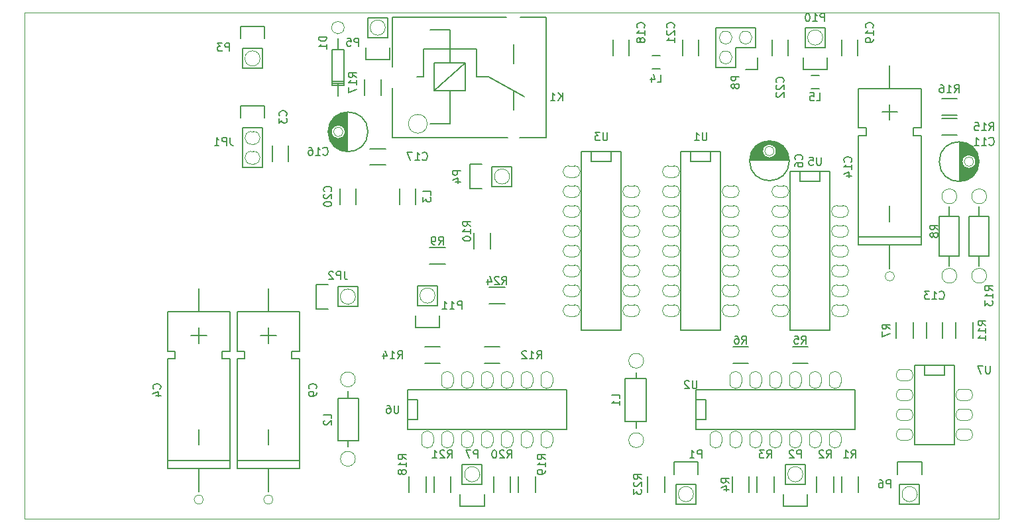
<source format=gbr>
G04 #@! TF.FileFunction,Legend,Bot*
%FSLAX46Y46*%
G04 Gerber Fmt 4.6, Leading zero omitted, Abs format (unit mm)*
G04 Created by KiCad (PCBNEW (after 2015-mar-04 BZR unknown)-product) date Thu 24 Nov 2016 20:55:00 CET*
%MOMM*%
G01*
G04 APERTURE LIST*
%ADD10C,0.100000*%
%ADD11C,0.150000*%
G04 APERTURE END LIST*
D10*
X63500000Y-117475000D02*
X63500000Y-52705000D01*
X187960000Y-117475000D02*
X63500000Y-117475000D01*
X187960000Y-52705000D02*
X187960000Y-117475000D01*
X63500000Y-52705000D02*
X187960000Y-52705000D01*
D11*
X161290000Y-73025000D02*
X161290000Y-93345000D01*
X166370000Y-93345000D02*
X166370000Y-73025000D01*
X166370000Y-73025000D02*
X161290000Y-73025000D01*
X162560000Y-73025000D02*
X162560000Y-74295000D01*
X162560000Y-74295000D02*
X165100000Y-74295000D01*
X165100000Y-74295000D02*
X165100000Y-73025000D01*
X161290000Y-93345000D02*
X166370000Y-93345000D01*
X135890000Y-70485000D02*
X135890000Y-70485000D01*
X135890000Y-70485000D02*
X135890000Y-71755000D01*
X135890000Y-71755000D02*
X138430000Y-71755000D01*
X138430000Y-71755000D02*
X138430000Y-70485000D01*
X134620000Y-70485000D02*
X134620000Y-93345000D01*
X134620000Y-93345000D02*
X139700000Y-93345000D01*
X139700000Y-93345000D02*
X139700000Y-70485000D01*
X139700000Y-70485000D02*
X134620000Y-70485000D01*
X148590000Y-70485000D02*
X148590000Y-70485000D01*
X148590000Y-70485000D02*
X148590000Y-71755000D01*
X148590000Y-71755000D02*
X151130000Y-71755000D01*
X151130000Y-71755000D02*
X151130000Y-70485000D01*
X147320000Y-70485000D02*
X147320000Y-93345000D01*
X147320000Y-93345000D02*
X152400000Y-93345000D01*
X152400000Y-93345000D02*
X152400000Y-70485000D01*
X152400000Y-70485000D02*
X147320000Y-70485000D01*
X93853000Y-67437000D02*
X93853000Y-72517000D01*
X93853000Y-72517000D02*
X91313000Y-72517000D01*
X91313000Y-72517000D02*
X91313000Y-67437000D01*
X91033000Y-64617000D02*
X91033000Y-66167000D01*
X91313000Y-67437000D02*
X93853000Y-67437000D01*
X94133000Y-66167000D02*
X94133000Y-64617000D01*
X94133000Y-64617000D02*
X91033000Y-64617000D01*
X103505000Y-90297000D02*
X106045000Y-90297000D01*
X100685000Y-90577000D02*
X102235000Y-90577000D01*
X103505000Y-90297000D02*
X103505000Y-87757000D01*
X102235000Y-87477000D02*
X100685000Y-87477000D01*
X100685000Y-87477000D02*
X100685000Y-90577000D01*
X103505000Y-87757000D02*
X106045000Y-87757000D01*
X106045000Y-87757000D02*
X106045000Y-90297000D01*
X178435000Y-97790000D02*
X178435000Y-99060000D01*
X178435000Y-99060000D02*
X180975000Y-99060000D01*
X180975000Y-99060000D02*
X180975000Y-97790000D01*
X177165000Y-97790000D02*
X177165000Y-107950000D01*
X177165000Y-107950000D02*
X182245000Y-107950000D01*
X182245000Y-107950000D02*
X182245000Y-97790000D01*
X182245000Y-97790000D02*
X177165000Y-97790000D01*
X149225000Y-106045000D02*
X169545000Y-106045000D01*
X169545000Y-100965000D02*
X149225000Y-100965000D01*
X149225000Y-100965000D02*
X149225000Y-106045000D01*
X149225000Y-104775000D02*
X150495000Y-104775000D01*
X150495000Y-104775000D02*
X150495000Y-102235000D01*
X150495000Y-102235000D02*
X149225000Y-102235000D01*
X169545000Y-106045000D02*
X169545000Y-100965000D01*
X112395000Y-106045000D02*
X132715000Y-106045000D01*
X132715000Y-100965000D02*
X112395000Y-100965000D01*
X112395000Y-100965000D02*
X112395000Y-106045000D01*
X112395000Y-104775000D02*
X113665000Y-104775000D01*
X113665000Y-104775000D02*
X113665000Y-102235000D01*
X113665000Y-102235000D02*
X112395000Y-102235000D01*
X132715000Y-106045000D02*
X132715000Y-100965000D01*
X146685000Y-113030000D02*
X146685000Y-115570000D01*
X146405000Y-110210000D02*
X146405000Y-111760000D01*
X146685000Y-113030000D02*
X149225000Y-113030000D01*
X149505000Y-111760000D02*
X149505000Y-110210000D01*
X149505000Y-110210000D02*
X146405000Y-110210000D01*
X149225000Y-113030000D02*
X149225000Y-115570000D01*
X149225000Y-115570000D02*
X146685000Y-115570000D01*
X163195000Y-113030000D02*
X163195000Y-110490000D01*
X163475000Y-115850000D02*
X163475000Y-114300000D01*
X163195000Y-113030000D02*
X160655000Y-113030000D01*
X160375000Y-114300000D02*
X160375000Y-115850000D01*
X160375000Y-115850000D02*
X163475000Y-115850000D01*
X160655000Y-113030000D02*
X160655000Y-110490000D01*
X160655000Y-110490000D02*
X163195000Y-110490000D01*
X91313000Y-57277000D02*
X91313000Y-59817000D01*
X91033000Y-54457000D02*
X91033000Y-56007000D01*
X91313000Y-57277000D02*
X93853000Y-57277000D01*
X94133000Y-56007000D02*
X94133000Y-54457000D01*
X94133000Y-54457000D02*
X91033000Y-54457000D01*
X93853000Y-57277000D02*
X93853000Y-59817000D01*
X93853000Y-59817000D02*
X91313000Y-59817000D01*
X123190000Y-74930000D02*
X125730000Y-74930000D01*
X120370000Y-75210000D02*
X121920000Y-75210000D01*
X123190000Y-74930000D02*
X123190000Y-72390000D01*
X121920000Y-72110000D02*
X120370000Y-72110000D01*
X120370000Y-72110000D02*
X120370000Y-75210000D01*
X123190000Y-72390000D02*
X125730000Y-72390000D01*
X125730000Y-72390000D02*
X125730000Y-74930000D01*
X109855000Y-55880000D02*
X109855000Y-53340000D01*
X110135000Y-58700000D02*
X110135000Y-57150000D01*
X109855000Y-55880000D02*
X107315000Y-55880000D01*
X107035000Y-57150000D02*
X107035000Y-58700000D01*
X107035000Y-58700000D02*
X110135000Y-58700000D01*
X107315000Y-55880000D02*
X107315000Y-53340000D01*
X107315000Y-53340000D02*
X109855000Y-53340000D01*
X175260000Y-113030000D02*
X175260000Y-115570000D01*
X174980000Y-110210000D02*
X174980000Y-111760000D01*
X175260000Y-113030000D02*
X177800000Y-113030000D01*
X178080000Y-111760000D02*
X178080000Y-110210000D01*
X178080000Y-110210000D02*
X174980000Y-110210000D01*
X177800000Y-113030000D02*
X177800000Y-115570000D01*
X177800000Y-115570000D02*
X175260000Y-115570000D01*
X121920000Y-113030000D02*
X121920000Y-110490000D01*
X122200000Y-115850000D02*
X122200000Y-114300000D01*
X121920000Y-113030000D02*
X119380000Y-113030000D01*
X119100000Y-114300000D02*
X119100000Y-115850000D01*
X119100000Y-115850000D02*
X122200000Y-115850000D01*
X119380000Y-113030000D02*
X119380000Y-110490000D01*
X119380000Y-110490000D02*
X121920000Y-110490000D01*
X155575000Y-59970000D02*
X157125000Y-59970000D01*
X157125000Y-58420000D02*
X157125000Y-59970000D01*
X154305000Y-59690000D02*
X154305000Y-57150000D01*
X154305000Y-57150000D02*
X156845000Y-57150000D01*
X156845000Y-57150000D02*
X156845000Y-54610000D01*
X156845000Y-54610000D02*
X151765000Y-54610000D01*
X151765000Y-54610000D02*
X151765000Y-59690000D01*
X151765000Y-59690000D02*
X154305000Y-59690000D01*
X103505000Y-57404000D02*
X103505000Y-56007000D01*
X103505000Y-61849000D02*
X103505000Y-63373000D01*
X102743000Y-61468000D02*
X104267000Y-61468000D01*
X102743000Y-61722000D02*
X104267000Y-61722000D01*
X103505000Y-61976000D02*
X104267000Y-61976000D01*
X104267000Y-61976000D02*
X104267000Y-57404000D01*
X104267000Y-57404000D02*
X102743000Y-57404000D01*
X102743000Y-57404000D02*
X102743000Y-61976000D01*
X102743000Y-61976000D02*
X103505000Y-61976000D01*
X167835000Y-112030000D02*
X167835000Y-114030000D01*
X169985000Y-114030000D02*
X169985000Y-112030000D01*
X164660000Y-112030000D02*
X164660000Y-114030000D01*
X166810000Y-114030000D02*
X166810000Y-112030000D01*
X157040000Y-112030000D02*
X157040000Y-114030000D01*
X159190000Y-114030000D02*
X159190000Y-112030000D01*
X153865000Y-112030000D02*
X153865000Y-114030000D01*
X156015000Y-114030000D02*
X156015000Y-112030000D01*
X112590000Y-112030000D02*
X112590000Y-114030000D01*
X114740000Y-114030000D02*
X114740000Y-112030000D01*
X126560000Y-112030000D02*
X126560000Y-114030000D01*
X128710000Y-114030000D02*
X128710000Y-112030000D01*
X123385000Y-112030000D02*
X123385000Y-114030000D01*
X125535000Y-114030000D02*
X125535000Y-112030000D01*
X115765000Y-112030000D02*
X115765000Y-114030000D01*
X117915000Y-114030000D02*
X117915000Y-112030000D01*
X145220000Y-114030000D02*
X145220000Y-112030000D01*
X143070000Y-112030000D02*
X143070000Y-114030000D01*
X163560000Y-95445000D02*
X161560000Y-95445000D01*
X161560000Y-97595000D02*
X163560000Y-97595000D01*
X153940000Y-97595000D02*
X155940000Y-97595000D01*
X155940000Y-95445000D02*
X153940000Y-95445000D01*
X124190000Y-95445000D02*
X122190000Y-95445000D01*
X122190000Y-97595000D02*
X124190000Y-97595000D01*
X114570000Y-97595000D02*
X116570000Y-97595000D01*
X116570000Y-95445000D02*
X114570000Y-95445000D01*
X180730000Y-92345000D02*
X180730000Y-94345000D01*
X178680000Y-94345000D02*
X178680000Y-92345000D01*
X176970000Y-94345000D02*
X176970000Y-92345000D01*
X174820000Y-92345000D02*
X174820000Y-94345000D01*
X182440000Y-92345000D02*
X182440000Y-94345000D01*
X184590000Y-94345000D02*
X184590000Y-92345000D01*
X117205000Y-82745000D02*
X115205000Y-82745000D01*
X115205000Y-84895000D02*
X117205000Y-84895000D01*
X122995000Y-82915000D02*
X122995000Y-80915000D01*
X120845000Y-80915000D02*
X120845000Y-82915000D01*
X140725000Y-56150000D02*
X140725000Y-58150000D01*
X138675000Y-58150000D02*
X138675000Y-56150000D01*
X169935000Y-56150000D02*
X169935000Y-58150000D01*
X167885000Y-58150000D02*
X167885000Y-56150000D01*
X149615000Y-56150000D02*
X149615000Y-58150000D01*
X147565000Y-58150000D02*
X147565000Y-56150000D01*
X161045000Y-56150000D02*
X161045000Y-58150000D01*
X158995000Y-58150000D02*
X158995000Y-56150000D01*
X107585000Y-70095000D02*
X109585000Y-70095000D01*
X109585000Y-72145000D02*
X107585000Y-72145000D01*
X105800000Y-75200000D02*
X105800000Y-77200000D01*
X103750000Y-77200000D02*
X103750000Y-75200000D01*
X111370000Y-77200000D02*
X111370000Y-75200000D01*
X113420000Y-75200000D02*
X113420000Y-77200000D01*
X182610000Y-66235000D02*
X180610000Y-66235000D01*
X180610000Y-68385000D02*
X182610000Y-68385000D01*
X180610000Y-65845000D02*
X182610000Y-65845000D01*
X182610000Y-63695000D02*
X180610000Y-63695000D01*
X109025000Y-63230000D02*
X109025000Y-61230000D01*
X106875000Y-61230000D02*
X106875000Y-63230000D01*
X182880000Y-83820000D02*
X182880000Y-78740000D01*
X182880000Y-78740000D02*
X180340000Y-78740000D01*
X180340000Y-78740000D02*
X180340000Y-83820000D01*
X180340000Y-83820000D02*
X182880000Y-83820000D01*
X181610000Y-83820000D02*
X181610000Y-85090000D01*
X181610000Y-78740000D02*
X181610000Y-77470000D01*
X186690000Y-83820000D02*
X186690000Y-78740000D01*
X186690000Y-78740000D02*
X184150000Y-78740000D01*
X184150000Y-78740000D02*
X184150000Y-83820000D01*
X184150000Y-83820000D02*
X186690000Y-83820000D01*
X185420000Y-83820000D02*
X185420000Y-85090000D01*
X185420000Y-78740000D02*
X185420000Y-77470000D01*
X144645000Y-59905000D02*
X143645000Y-59905000D01*
X143645000Y-58205000D02*
X144645000Y-58205000D01*
X163965000Y-60745000D02*
X164965000Y-60745000D01*
X164965000Y-62445000D02*
X163965000Y-62445000D01*
X141605000Y-99519740D02*
X141605000Y-98757740D01*
X141605000Y-104980740D02*
X141605000Y-105869740D01*
X142875000Y-99519740D02*
X140208000Y-99519740D01*
X140208000Y-99519740D02*
X140208000Y-104980740D01*
X140208000Y-104980740D02*
X142875000Y-104980740D01*
X142875000Y-104980740D02*
X142875000Y-99519740D01*
X104775000Y-107490260D02*
X104775000Y-108252260D01*
X104775000Y-102029260D02*
X104775000Y-101140260D01*
X103505000Y-107490260D02*
X106172000Y-107490260D01*
X106172000Y-107490260D02*
X106172000Y-102029260D01*
X106172000Y-102029260D02*
X103505000Y-102029260D01*
X103505000Y-102029260D02*
X103505000Y-107490260D01*
X95114000Y-71739000D02*
X95114000Y-69739000D01*
X97164000Y-69739000D02*
X97164000Y-71739000D01*
X89725000Y-96995000D02*
X89725000Y-110995000D01*
X89725000Y-95995000D02*
X89725000Y-90995000D01*
X81725000Y-95995000D02*
X81725000Y-90995000D01*
X81725000Y-110995000D02*
X81725000Y-96995000D01*
X89725000Y-110995000D02*
X81725000Y-110995000D01*
X81725000Y-109995000D02*
X89725000Y-109995000D01*
X89725000Y-90995000D02*
X81725000Y-90995000D01*
X89725000Y-96995000D02*
X88725000Y-96995000D01*
X88725000Y-96995000D02*
X88725000Y-95995000D01*
X88725000Y-95995000D02*
X89725000Y-95995000D01*
X81725000Y-95995000D02*
X82725000Y-95995000D01*
X82725000Y-95995000D02*
X82725000Y-96995000D01*
X82725000Y-96995000D02*
X81725000Y-96995000D01*
X85725000Y-105995000D02*
X85725000Y-107995000D01*
X85725000Y-90995000D02*
X85725000Y-87995000D01*
X85725000Y-113995000D02*
X85725000Y-110995000D01*
X85725000Y-92995000D02*
X85725000Y-94995000D01*
X86725000Y-93995000D02*
X84725000Y-93995000D01*
X98615000Y-96995000D02*
X98615000Y-110995000D01*
X98615000Y-95995000D02*
X98615000Y-90995000D01*
X90615000Y-95995000D02*
X90615000Y-90995000D01*
X90615000Y-110995000D02*
X90615000Y-96995000D01*
X98615000Y-110995000D02*
X90615000Y-110995000D01*
X90615000Y-109995000D02*
X98615000Y-109995000D01*
X98615000Y-90995000D02*
X90615000Y-90995000D01*
X98615000Y-96995000D02*
X97615000Y-96995000D01*
X97615000Y-96995000D02*
X97615000Y-95995000D01*
X97615000Y-95995000D02*
X98615000Y-95995000D01*
X90615000Y-95995000D02*
X91615000Y-95995000D01*
X91615000Y-95995000D02*
X91615000Y-96995000D01*
X91615000Y-96995000D02*
X90615000Y-96995000D01*
X94615000Y-105995000D02*
X94615000Y-107995000D01*
X94615000Y-90995000D02*
X94615000Y-87995000D01*
X94615000Y-113995000D02*
X94615000Y-110995000D01*
X94615000Y-92995000D02*
X94615000Y-94995000D01*
X95615000Y-93995000D02*
X93615000Y-93995000D01*
X177990000Y-68420000D02*
X177990000Y-82420000D01*
X177990000Y-67420000D02*
X177990000Y-62420000D01*
X169990000Y-67420000D02*
X169990000Y-62420000D01*
X169990000Y-82420000D02*
X169990000Y-68420000D01*
X177990000Y-82420000D02*
X169990000Y-82420000D01*
X169990000Y-81420000D02*
X177990000Y-81420000D01*
X177990000Y-62420000D02*
X169990000Y-62420000D01*
X177990000Y-68420000D02*
X176990000Y-68420000D01*
X176990000Y-68420000D02*
X176990000Y-67420000D01*
X176990000Y-67420000D02*
X177990000Y-67420000D01*
X169990000Y-67420000D02*
X170990000Y-67420000D01*
X170990000Y-67420000D02*
X170990000Y-68420000D01*
X170990000Y-68420000D02*
X169990000Y-68420000D01*
X173990000Y-77420000D02*
X173990000Y-79420000D01*
X173990000Y-62420000D02*
X173990000Y-59420000D01*
X173990000Y-85420000D02*
X173990000Y-82420000D01*
X173990000Y-64420000D02*
X173990000Y-66420000D01*
X174990000Y-65420000D02*
X172990000Y-65420000D01*
X182935000Y-74254000D02*
X182935000Y-69256000D01*
X183075000Y-74246000D02*
X183075000Y-69264000D01*
X183215000Y-74230000D02*
X183215000Y-71850000D01*
X183215000Y-71660000D02*
X183215000Y-69280000D01*
X183355000Y-74206000D02*
X183355000Y-72245000D01*
X183355000Y-71265000D02*
X183355000Y-69304000D01*
X183495000Y-74173000D02*
X183495000Y-72412000D01*
X183495000Y-71098000D02*
X183495000Y-69337000D01*
X183635000Y-74132000D02*
X183635000Y-72519000D01*
X183635000Y-70991000D02*
X183635000Y-69378000D01*
X183775000Y-74082000D02*
X183775000Y-72590000D01*
X183775000Y-70920000D02*
X183775000Y-69428000D01*
X183915000Y-74021000D02*
X183915000Y-72634000D01*
X183915000Y-70876000D02*
X183915000Y-69489000D01*
X184055000Y-73951000D02*
X184055000Y-72653000D01*
X184055000Y-70857000D02*
X184055000Y-69559000D01*
X184195000Y-73869000D02*
X184195000Y-72651000D01*
X184195000Y-70859000D02*
X184195000Y-69641000D01*
X184335000Y-73774000D02*
X184335000Y-72626000D01*
X184335000Y-70884000D02*
X184335000Y-69736000D01*
X184475000Y-73663000D02*
X184475000Y-72578000D01*
X184475000Y-70932000D02*
X184475000Y-69847000D01*
X184615000Y-73535000D02*
X184615000Y-72500000D01*
X184615000Y-71010000D02*
X184615000Y-69975000D01*
X184755000Y-73386000D02*
X184755000Y-72383000D01*
X184755000Y-71127000D02*
X184755000Y-70124000D01*
X184895000Y-73207000D02*
X184895000Y-72195000D01*
X184895000Y-71315000D02*
X184895000Y-70303000D01*
X185035000Y-72988000D02*
X185035000Y-70522000D01*
X185175000Y-72699000D02*
X185175000Y-70811000D01*
X185315000Y-72227000D02*
X185315000Y-71283000D01*
X185010000Y-71755000D02*
G75*
G03X185010000Y-71755000I-900000J0D01*
G01*
X185397500Y-71755000D02*
G75*
G03X185397500Y-71755000I-2537500J0D01*
G01*
X104720000Y-65446000D02*
X104720000Y-70444000D01*
X104580000Y-65454000D02*
X104580000Y-70436000D01*
X104440000Y-65470000D02*
X104440000Y-67850000D01*
X104440000Y-68040000D02*
X104440000Y-70420000D01*
X104300000Y-65494000D02*
X104300000Y-67455000D01*
X104300000Y-68435000D02*
X104300000Y-70396000D01*
X104160000Y-65527000D02*
X104160000Y-67288000D01*
X104160000Y-68602000D02*
X104160000Y-70363000D01*
X104020000Y-65568000D02*
X104020000Y-67181000D01*
X104020000Y-68709000D02*
X104020000Y-70322000D01*
X103880000Y-65618000D02*
X103880000Y-67110000D01*
X103880000Y-68780000D02*
X103880000Y-70272000D01*
X103740000Y-65679000D02*
X103740000Y-67066000D01*
X103740000Y-68824000D02*
X103740000Y-70211000D01*
X103600000Y-65749000D02*
X103600000Y-67047000D01*
X103600000Y-68843000D02*
X103600000Y-70141000D01*
X103460000Y-65831000D02*
X103460000Y-67049000D01*
X103460000Y-68841000D02*
X103460000Y-70059000D01*
X103320000Y-65926000D02*
X103320000Y-67074000D01*
X103320000Y-68816000D02*
X103320000Y-69964000D01*
X103180000Y-66037000D02*
X103180000Y-67122000D01*
X103180000Y-68768000D02*
X103180000Y-69853000D01*
X103040000Y-66165000D02*
X103040000Y-67200000D01*
X103040000Y-68690000D02*
X103040000Y-69725000D01*
X102900000Y-66314000D02*
X102900000Y-67317000D01*
X102900000Y-68573000D02*
X102900000Y-69576000D01*
X102760000Y-66493000D02*
X102760000Y-67505000D01*
X102760000Y-68385000D02*
X102760000Y-69397000D01*
X102620000Y-66712000D02*
X102620000Y-69178000D01*
X102480000Y-67001000D02*
X102480000Y-68889000D01*
X102340000Y-67473000D02*
X102340000Y-68417000D01*
X104445000Y-67945000D02*
G75*
G03X104445000Y-67945000I-900000J0D01*
G01*
X107332500Y-67945000D02*
G75*
G03X107332500Y-67945000I-2537500J0D01*
G01*
X126760000Y-53260000D02*
X130060000Y-53260000D01*
X130060000Y-53260000D02*
X130060000Y-68660000D01*
X130060000Y-68660000D02*
X126710000Y-68660000D01*
X110460000Y-59610000D02*
X110460000Y-53260000D01*
X110460000Y-53260000D02*
X125010000Y-53260000D01*
X110460000Y-62360000D02*
X110460000Y-68660000D01*
X110460000Y-68660000D02*
X125210000Y-68660000D01*
X110460000Y-68610000D02*
X110460000Y-62360000D01*
X125910000Y-56760000D02*
X125910000Y-59210000D01*
X125910000Y-65160000D02*
X125910000Y-62660000D01*
X115310000Y-54910000D02*
X117810000Y-54910000D01*
X114410000Y-60910000D02*
X113610000Y-60910000D01*
X117810000Y-66910000D02*
X115310000Y-66910000D01*
X121210000Y-60910000D02*
X122710000Y-60910000D01*
X122710000Y-60910000D02*
X127310000Y-63410000D01*
X121210000Y-57310000D02*
X114410000Y-57310000D01*
X121210000Y-60910000D02*
X121210000Y-57310000D01*
X114410000Y-60910000D02*
X114410000Y-57310000D01*
X117810000Y-66910000D02*
X117810000Y-62710000D01*
X117810000Y-59110000D02*
X117810000Y-54910000D01*
X119810000Y-59110000D02*
X115810000Y-62710000D01*
X115810000Y-59110000D02*
X115810000Y-62710000D01*
X115810000Y-62710000D02*
X119810000Y-62710000D01*
X119810000Y-62710000D02*
X119810000Y-59110000D01*
X119810000Y-59110000D02*
X115810000Y-59110000D01*
X165735000Y-57150000D02*
X165735000Y-54610000D01*
X166015000Y-59970000D02*
X166015000Y-58420000D01*
X165735000Y-57150000D02*
X163195000Y-57150000D01*
X162915000Y-58420000D02*
X162915000Y-59970000D01*
X162915000Y-59970000D02*
X166015000Y-59970000D01*
X163195000Y-57150000D02*
X163195000Y-54610000D01*
X163195000Y-54610000D02*
X165735000Y-54610000D01*
X116205000Y-90170000D02*
X116205000Y-87630000D01*
X116485000Y-92990000D02*
X116485000Y-91440000D01*
X116205000Y-90170000D02*
X113665000Y-90170000D01*
X113385000Y-91440000D02*
X113385000Y-92990000D01*
X113385000Y-92990000D02*
X116485000Y-92990000D01*
X113665000Y-90170000D02*
X113665000Y-87630000D01*
X113665000Y-87630000D02*
X116205000Y-87630000D01*
X124825000Y-87825000D02*
X122825000Y-87825000D01*
X122825000Y-89975000D02*
X124825000Y-89975000D01*
X161122000Y-71573000D02*
X156124000Y-71573000D01*
X161114000Y-71433000D02*
X156132000Y-71433000D01*
X161098000Y-71293000D02*
X158718000Y-71293000D01*
X158528000Y-71293000D02*
X156148000Y-71293000D01*
X161074000Y-71153000D02*
X159113000Y-71153000D01*
X158133000Y-71153000D02*
X156172000Y-71153000D01*
X161041000Y-71013000D02*
X159280000Y-71013000D01*
X157966000Y-71013000D02*
X156205000Y-71013000D01*
X161000000Y-70873000D02*
X159387000Y-70873000D01*
X157859000Y-70873000D02*
X156246000Y-70873000D01*
X160950000Y-70733000D02*
X159458000Y-70733000D01*
X157788000Y-70733000D02*
X156296000Y-70733000D01*
X160889000Y-70593000D02*
X159502000Y-70593000D01*
X157744000Y-70593000D02*
X156357000Y-70593000D01*
X160819000Y-70453000D02*
X159521000Y-70453000D01*
X157725000Y-70453000D02*
X156427000Y-70453000D01*
X160737000Y-70313000D02*
X159519000Y-70313000D01*
X157727000Y-70313000D02*
X156509000Y-70313000D01*
X160642000Y-70173000D02*
X159494000Y-70173000D01*
X157752000Y-70173000D02*
X156604000Y-70173000D01*
X160531000Y-70033000D02*
X159446000Y-70033000D01*
X157800000Y-70033000D02*
X156715000Y-70033000D01*
X160403000Y-69893000D02*
X159368000Y-69893000D01*
X157878000Y-69893000D02*
X156843000Y-69893000D01*
X160254000Y-69753000D02*
X159251000Y-69753000D01*
X157995000Y-69753000D02*
X156992000Y-69753000D01*
X160075000Y-69613000D02*
X159063000Y-69613000D01*
X158183000Y-69613000D02*
X157171000Y-69613000D01*
X159856000Y-69473000D02*
X157390000Y-69473000D01*
X159567000Y-69333000D02*
X157679000Y-69333000D01*
X159095000Y-69193000D02*
X158151000Y-69193000D01*
X159523000Y-70398000D02*
G75*
G03X159523000Y-70398000I-900000J0D01*
G01*
X161160500Y-71648000D02*
G75*
G03X161160500Y-71648000I-2537500J0D01*
G01*
D10*
X167995600Y-77367600D02*
X167284400Y-77367600D01*
X167995600Y-78842400D02*
X167284400Y-78842400D01*
X167284400Y-77367600D02*
G75*
G03X167284400Y-78842400I0J-737400D01*
G01*
X167995600Y-78842400D02*
G75*
G03X167995600Y-77367600I0J737400D01*
G01*
X167995600Y-79907600D02*
X167284400Y-79907600D01*
X167995600Y-81382400D02*
X167284400Y-81382400D01*
X167284400Y-79907600D02*
G75*
G03X167284400Y-81382400I0J-737400D01*
G01*
X167995600Y-81382400D02*
G75*
G03X167995600Y-79907600I0J737400D01*
G01*
X167995600Y-82447600D02*
X167284400Y-82447600D01*
X167995600Y-83922400D02*
X167284400Y-83922400D01*
X167284400Y-82447600D02*
G75*
G03X167284400Y-83922400I0J-737400D01*
G01*
X167995600Y-83922400D02*
G75*
G03X167995600Y-82447600I0J737400D01*
G01*
X167995600Y-84987600D02*
X167284400Y-84987600D01*
X167995600Y-86462400D02*
X167284400Y-86462400D01*
X167284400Y-84987600D02*
G75*
G03X167284400Y-86462400I0J-737400D01*
G01*
X167995600Y-86462400D02*
G75*
G03X167995600Y-84987600I0J737400D01*
G01*
X167995600Y-87527600D02*
X167284400Y-87527600D01*
X167995600Y-89002400D02*
X167284400Y-89002400D01*
X167284400Y-87527600D02*
G75*
G03X167284400Y-89002400I0J-737400D01*
G01*
X167995600Y-89002400D02*
G75*
G03X167995600Y-87527600I0J737400D01*
G01*
X167995600Y-90067600D02*
X167284400Y-90067600D01*
X167995600Y-91542400D02*
X167284400Y-91542400D01*
X167284400Y-90067600D02*
G75*
G03X167284400Y-91542400I0J-737400D01*
G01*
X167995600Y-91542400D02*
G75*
G03X167995600Y-90067600I0J737400D01*
G01*
X160375600Y-90067600D02*
X159664400Y-90067600D01*
X160375600Y-91542400D02*
X159664400Y-91542400D01*
X159664400Y-90067600D02*
G75*
G03X159664400Y-91542400I0J-737400D01*
G01*
X160375600Y-91542400D02*
G75*
G03X160375600Y-90067600I0J737400D01*
G01*
X160375600Y-87527600D02*
X159664400Y-87527600D01*
X160375600Y-89002400D02*
X159664400Y-89002400D01*
X159664400Y-87527600D02*
G75*
G03X159664400Y-89002400I0J-737400D01*
G01*
X160375600Y-89002400D02*
G75*
G03X160375600Y-87527600I0J737400D01*
G01*
X160375600Y-84987600D02*
X159664400Y-84987600D01*
X160375600Y-86462400D02*
X159664400Y-86462400D01*
X159664400Y-84987600D02*
G75*
G03X159664400Y-86462400I0J-737400D01*
G01*
X160375600Y-86462400D02*
G75*
G03X160375600Y-84987600I0J737400D01*
G01*
X160375600Y-82447600D02*
X159664400Y-82447600D01*
X160375600Y-83922400D02*
X159664400Y-83922400D01*
X159664400Y-82447600D02*
G75*
G03X159664400Y-83922400I0J-737400D01*
G01*
X160375600Y-83922400D02*
G75*
G03X160375600Y-82447600I0J737400D01*
G01*
X160375600Y-79907600D02*
X159664400Y-79907600D01*
X160375600Y-81382400D02*
X159664400Y-81382400D01*
X159664400Y-79907600D02*
G75*
G03X159664400Y-81382400I0J-737400D01*
G01*
X160375600Y-81382400D02*
G75*
G03X160375600Y-79907600I0J737400D01*
G01*
X160375600Y-77367600D02*
X159664400Y-77367600D01*
X160375600Y-78842400D02*
X159664400Y-78842400D01*
X159664400Y-77367600D02*
G75*
G03X159664400Y-78842400I0J-737400D01*
G01*
X160375600Y-78842400D02*
G75*
G03X160375600Y-77367600I0J737400D01*
G01*
X160375600Y-74827600D02*
X159664400Y-74827600D01*
X160375600Y-76302400D02*
X159664400Y-76302400D01*
X159664400Y-74827600D02*
G75*
G03X159664400Y-76302400I0J-737400D01*
G01*
X160375600Y-76302400D02*
G75*
G03X160375600Y-74827600I0J737400D01*
G01*
X141325600Y-74827600D02*
X140614400Y-74827600D01*
X141325600Y-76302400D02*
X140614400Y-76302400D01*
X140614400Y-74827600D02*
G75*
G03X140614400Y-76302400I0J-737400D01*
G01*
X141325600Y-76302400D02*
G75*
G03X141325600Y-74827600I0J737400D01*
G01*
X141325600Y-77367600D02*
X140614400Y-77367600D01*
X141325600Y-78842400D02*
X140614400Y-78842400D01*
X140614400Y-77367600D02*
G75*
G03X140614400Y-78842400I0J-737400D01*
G01*
X141325600Y-78842400D02*
G75*
G03X141325600Y-77367600I0J737400D01*
G01*
X141325600Y-79907600D02*
X140614400Y-79907600D01*
X141325600Y-81382400D02*
X140614400Y-81382400D01*
X140614400Y-79907600D02*
G75*
G03X140614400Y-81382400I0J-737400D01*
G01*
X141325600Y-81382400D02*
G75*
G03X141325600Y-79907600I0J737400D01*
G01*
X141325600Y-82447600D02*
X140614400Y-82447600D01*
X141325600Y-83922400D02*
X140614400Y-83922400D01*
X140614400Y-82447600D02*
G75*
G03X140614400Y-83922400I0J-737400D01*
G01*
X141325600Y-83922400D02*
G75*
G03X141325600Y-82447600I0J737400D01*
G01*
X141325600Y-84987600D02*
X140614400Y-84987600D01*
X141325600Y-86462400D02*
X140614400Y-86462400D01*
X140614400Y-84987600D02*
G75*
G03X140614400Y-86462400I0J-737400D01*
G01*
X141325600Y-86462400D02*
G75*
G03X141325600Y-84987600I0J737400D01*
G01*
X141325600Y-87527600D02*
X140614400Y-87527600D01*
X141325600Y-89002400D02*
X140614400Y-89002400D01*
X140614400Y-87527600D02*
G75*
G03X140614400Y-89002400I0J-737400D01*
G01*
X141325600Y-89002400D02*
G75*
G03X141325600Y-87527600I0J737400D01*
G01*
X141325600Y-90067600D02*
X140614400Y-90067600D01*
X141325600Y-91542400D02*
X140614400Y-91542400D01*
X140614400Y-90067600D02*
G75*
G03X140614400Y-91542400I0J-737400D01*
G01*
X141325600Y-91542400D02*
G75*
G03X141325600Y-90067600I0J737400D01*
G01*
X133705600Y-90067600D02*
X132994400Y-90067600D01*
X133705600Y-91542400D02*
X132994400Y-91542400D01*
X132994400Y-90067600D02*
G75*
G03X132994400Y-91542400I0J-737400D01*
G01*
X133705600Y-91542400D02*
G75*
G03X133705600Y-90067600I0J737400D01*
G01*
X133705600Y-87527600D02*
X132994400Y-87527600D01*
X133705600Y-89002400D02*
X132994400Y-89002400D01*
X132994400Y-87527600D02*
G75*
G03X132994400Y-89002400I0J-737400D01*
G01*
X133705600Y-89002400D02*
G75*
G03X133705600Y-87527600I0J737400D01*
G01*
X133705600Y-84987600D02*
X132994400Y-84987600D01*
X133705600Y-86462400D02*
X132994400Y-86462400D01*
X132994400Y-84987600D02*
G75*
G03X132994400Y-86462400I0J-737400D01*
G01*
X133705600Y-86462400D02*
G75*
G03X133705600Y-84987600I0J737400D01*
G01*
X133705600Y-82447600D02*
X132994400Y-82447600D01*
X133705600Y-83922400D02*
X132994400Y-83922400D01*
X132994400Y-82447600D02*
G75*
G03X132994400Y-83922400I0J-737400D01*
G01*
X133705600Y-83922400D02*
G75*
G03X133705600Y-82447600I0J737400D01*
G01*
X133705600Y-79907600D02*
X132994400Y-79907600D01*
X133705600Y-81382400D02*
X132994400Y-81382400D01*
X132994400Y-79907600D02*
G75*
G03X132994400Y-81382400I0J-737400D01*
G01*
X133705600Y-81382400D02*
G75*
G03X133705600Y-79907600I0J737400D01*
G01*
X133705600Y-77367600D02*
X132994400Y-77367600D01*
X133705600Y-78842400D02*
X132994400Y-78842400D01*
X132994400Y-77367600D02*
G75*
G03X132994400Y-78842400I0J-737400D01*
G01*
X133705600Y-78842400D02*
G75*
G03X133705600Y-77367600I0J737400D01*
G01*
X133705600Y-74827600D02*
X132994400Y-74827600D01*
X133705600Y-76302400D02*
X132994400Y-76302400D01*
X132994400Y-74827600D02*
G75*
G03X132994400Y-76302400I0J-737400D01*
G01*
X133705600Y-76302400D02*
G75*
G03X133705600Y-74827600I0J737400D01*
G01*
X133705600Y-72287600D02*
X132994400Y-72287600D01*
X133705600Y-73762400D02*
X132994400Y-73762400D01*
X132994400Y-72287600D02*
G75*
G03X132994400Y-73762400I0J-737400D01*
G01*
X133705600Y-73762400D02*
G75*
G03X133705600Y-72287600I0J737400D01*
G01*
X154025600Y-74827600D02*
X153314400Y-74827600D01*
X154025600Y-76302400D02*
X153314400Y-76302400D01*
X153314400Y-74827600D02*
G75*
G03X153314400Y-76302400I0J-737400D01*
G01*
X154025600Y-76302400D02*
G75*
G03X154025600Y-74827600I0J737400D01*
G01*
X154025600Y-77367600D02*
X153314400Y-77367600D01*
X154025600Y-78842400D02*
X153314400Y-78842400D01*
X153314400Y-77367600D02*
G75*
G03X153314400Y-78842400I0J-737400D01*
G01*
X154025600Y-78842400D02*
G75*
G03X154025600Y-77367600I0J737400D01*
G01*
X154025600Y-79907600D02*
X153314400Y-79907600D01*
X154025600Y-81382400D02*
X153314400Y-81382400D01*
X153314400Y-79907600D02*
G75*
G03X153314400Y-81382400I0J-737400D01*
G01*
X154025600Y-81382400D02*
G75*
G03X154025600Y-79907600I0J737400D01*
G01*
X154025600Y-82447600D02*
X153314400Y-82447600D01*
X154025600Y-83922400D02*
X153314400Y-83922400D01*
X153314400Y-82447600D02*
G75*
G03X153314400Y-83922400I0J-737400D01*
G01*
X154025600Y-83922400D02*
G75*
G03X154025600Y-82447600I0J737400D01*
G01*
X154025600Y-84987600D02*
X153314400Y-84987600D01*
X154025600Y-86462400D02*
X153314400Y-86462400D01*
X153314400Y-84987600D02*
G75*
G03X153314400Y-86462400I0J-737400D01*
G01*
X154025600Y-86462400D02*
G75*
G03X154025600Y-84987600I0J737400D01*
G01*
X154025600Y-87527600D02*
X153314400Y-87527600D01*
X154025600Y-89002400D02*
X153314400Y-89002400D01*
X153314400Y-87527600D02*
G75*
G03X153314400Y-89002400I0J-737400D01*
G01*
X154025600Y-89002400D02*
G75*
G03X154025600Y-87527600I0J737400D01*
G01*
X154025600Y-90067600D02*
X153314400Y-90067600D01*
X154025600Y-91542400D02*
X153314400Y-91542400D01*
X153314400Y-90067600D02*
G75*
G03X153314400Y-91542400I0J-737400D01*
G01*
X154025600Y-91542400D02*
G75*
G03X154025600Y-90067600I0J737400D01*
G01*
X146405600Y-90067600D02*
X145694400Y-90067600D01*
X146405600Y-91542400D02*
X145694400Y-91542400D01*
X145694400Y-90067600D02*
G75*
G03X145694400Y-91542400I0J-737400D01*
G01*
X146405600Y-91542400D02*
G75*
G03X146405600Y-90067600I0J737400D01*
G01*
X146405600Y-87527600D02*
X145694400Y-87527600D01*
X146405600Y-89002400D02*
X145694400Y-89002400D01*
X145694400Y-87527600D02*
G75*
G03X145694400Y-89002400I0J-737400D01*
G01*
X146405600Y-89002400D02*
G75*
G03X146405600Y-87527600I0J737400D01*
G01*
X146405600Y-84987600D02*
X145694400Y-84987600D01*
X146405600Y-86462400D02*
X145694400Y-86462400D01*
X145694400Y-84987600D02*
G75*
G03X145694400Y-86462400I0J-737400D01*
G01*
X146405600Y-86462400D02*
G75*
G03X146405600Y-84987600I0J737400D01*
G01*
X146405600Y-82447600D02*
X145694400Y-82447600D01*
X146405600Y-83922400D02*
X145694400Y-83922400D01*
X145694400Y-82447600D02*
G75*
G03X145694400Y-83922400I0J-737400D01*
G01*
X146405600Y-83922400D02*
G75*
G03X146405600Y-82447600I0J737400D01*
G01*
X146405600Y-79907600D02*
X145694400Y-79907600D01*
X146405600Y-81382400D02*
X145694400Y-81382400D01*
X145694400Y-79907600D02*
G75*
G03X145694400Y-81382400I0J-737400D01*
G01*
X146405600Y-81382400D02*
G75*
G03X146405600Y-79907600I0J737400D01*
G01*
X146405600Y-77367600D02*
X145694400Y-77367600D01*
X146405600Y-78842400D02*
X145694400Y-78842400D01*
X145694400Y-77367600D02*
G75*
G03X145694400Y-78842400I0J-737400D01*
G01*
X146405600Y-78842400D02*
G75*
G03X146405600Y-77367600I0J737400D01*
G01*
X146405600Y-74827600D02*
X145694400Y-74827600D01*
X146405600Y-76302400D02*
X145694400Y-76302400D01*
X145694400Y-74827600D02*
G75*
G03X145694400Y-76302400I0J-737400D01*
G01*
X146405600Y-76302400D02*
G75*
G03X146405600Y-74827600I0J737400D01*
G01*
X146405600Y-72287600D02*
X145694400Y-72287600D01*
X146405600Y-73762400D02*
X145694400Y-73762400D01*
X145694400Y-72287600D02*
G75*
G03X145694400Y-73762400I0J-737400D01*
G01*
X146405600Y-73762400D02*
G75*
G03X146405600Y-72287600I0J737400D01*
G01*
X92735400Y-67893400D02*
X92430600Y-67893400D01*
X92735400Y-69520600D02*
X92430600Y-69520600D01*
X92430600Y-67893400D02*
G75*
G03X92430600Y-69520600I0J-813600D01*
G01*
X92735400Y-69520600D02*
G75*
G03X92735400Y-67893400I0J813600D01*
G01*
X92735400Y-70433400D02*
X92430600Y-70433400D01*
X92735400Y-72060600D02*
X92430600Y-72060600D01*
X92430600Y-70433400D02*
G75*
G03X92430600Y-72060600I0J-813600D01*
G01*
X92735400Y-72060600D02*
G75*
G03X92735400Y-70433400I0J813600D01*
G01*
X104775000Y-88061000D02*
X104775000Y-88061000D01*
X104775000Y-89993000D02*
X104775000Y-89993000D01*
X104775000Y-88061000D02*
G75*
G03X104775000Y-89993000I0J-966000D01*
G01*
X104775000Y-89993000D02*
G75*
G03X104775000Y-88061000I0J966000D01*
G01*
X183870600Y-100862600D02*
X183159400Y-100862600D01*
X183870600Y-102337400D02*
X183159400Y-102337400D01*
X183159400Y-100862600D02*
G75*
G03X183159400Y-102337400I0J-737400D01*
G01*
X183870600Y-102337400D02*
G75*
G03X183870600Y-100862600I0J737400D01*
G01*
X183870600Y-103402600D02*
X183159400Y-103402600D01*
X183870600Y-104877400D02*
X183159400Y-104877400D01*
X183159400Y-103402600D02*
G75*
G03X183159400Y-104877400I0J-737400D01*
G01*
X183870600Y-104877400D02*
G75*
G03X183870600Y-103402600I0J737400D01*
G01*
X183870600Y-105942600D02*
X183159400Y-105942600D01*
X183870600Y-107417400D02*
X183159400Y-107417400D01*
X183159400Y-105942600D02*
G75*
G03X183159400Y-107417400I0J-737400D01*
G01*
X183870600Y-107417400D02*
G75*
G03X183870600Y-105942600I0J737400D01*
G01*
X176250600Y-105942600D02*
X175539400Y-105942600D01*
X176250600Y-107417400D02*
X175539400Y-107417400D01*
X175539400Y-105942600D02*
G75*
G03X175539400Y-107417400I0J-737400D01*
G01*
X176250600Y-107417400D02*
G75*
G03X176250600Y-105942600I0J737400D01*
G01*
X176250600Y-103402600D02*
X175539400Y-103402600D01*
X176250600Y-104877400D02*
X175539400Y-104877400D01*
X175539400Y-103402600D02*
G75*
G03X175539400Y-104877400I0J-737400D01*
G01*
X176250600Y-104877400D02*
G75*
G03X176250600Y-103402600I0J737400D01*
G01*
X176250600Y-100862600D02*
X175539400Y-100862600D01*
X176250600Y-102337400D02*
X175539400Y-102337400D01*
X175539400Y-100862600D02*
G75*
G03X175539400Y-102337400I0J-737400D01*
G01*
X176250600Y-102337400D02*
G75*
G03X176250600Y-100862600I0J737400D01*
G01*
X176250600Y-98322600D02*
X175539400Y-98322600D01*
X176250600Y-99797400D02*
X175539400Y-99797400D01*
X175539400Y-98322600D02*
G75*
G03X175539400Y-99797400I0J-737400D01*
G01*
X176250600Y-99797400D02*
G75*
G03X176250600Y-98322600I0J737400D01*
G01*
X153567600Y-99339400D02*
X153567600Y-100050600D01*
X155042400Y-99339400D02*
X155042400Y-100050600D01*
X153567600Y-100050600D02*
G75*
G03X155042400Y-100050600I737400J0D01*
G01*
X155042400Y-99339400D02*
G75*
G03X153567600Y-99339400I-737400J0D01*
G01*
X156107600Y-99339400D02*
X156107600Y-100050600D01*
X157582400Y-99339400D02*
X157582400Y-100050600D01*
X156107600Y-100050600D02*
G75*
G03X157582400Y-100050600I737400J0D01*
G01*
X157582400Y-99339400D02*
G75*
G03X156107600Y-99339400I-737400J0D01*
G01*
X158647600Y-99339400D02*
X158647600Y-100050600D01*
X160122400Y-99339400D02*
X160122400Y-100050600D01*
X158647600Y-100050600D02*
G75*
G03X160122400Y-100050600I737400J0D01*
G01*
X160122400Y-99339400D02*
G75*
G03X158647600Y-99339400I-737400J0D01*
G01*
X161187600Y-99339400D02*
X161187600Y-100050600D01*
X162662400Y-99339400D02*
X162662400Y-100050600D01*
X161187600Y-100050600D02*
G75*
G03X162662400Y-100050600I737400J0D01*
G01*
X162662400Y-99339400D02*
G75*
G03X161187600Y-99339400I-737400J0D01*
G01*
X163727600Y-99339400D02*
X163727600Y-100050600D01*
X165202400Y-99339400D02*
X165202400Y-100050600D01*
X163727600Y-100050600D02*
G75*
G03X165202400Y-100050600I737400J0D01*
G01*
X165202400Y-99339400D02*
G75*
G03X163727600Y-99339400I-737400J0D01*
G01*
X166267600Y-99339400D02*
X166267600Y-100050600D01*
X167742400Y-99339400D02*
X167742400Y-100050600D01*
X166267600Y-100050600D02*
G75*
G03X167742400Y-100050600I737400J0D01*
G01*
X167742400Y-99339400D02*
G75*
G03X166267600Y-99339400I-737400J0D01*
G01*
X166267600Y-106959400D02*
X166267600Y-107670600D01*
X167742400Y-106959400D02*
X167742400Y-107670600D01*
X166267600Y-107670600D02*
G75*
G03X167742400Y-107670600I737400J0D01*
G01*
X167742400Y-106959400D02*
G75*
G03X166267600Y-106959400I-737400J0D01*
G01*
X163727600Y-106959400D02*
X163727600Y-107670600D01*
X165202400Y-106959400D02*
X165202400Y-107670600D01*
X163727600Y-107670600D02*
G75*
G03X165202400Y-107670600I737400J0D01*
G01*
X165202400Y-106959400D02*
G75*
G03X163727600Y-106959400I-737400J0D01*
G01*
X161187600Y-106959400D02*
X161187600Y-107670600D01*
X162662400Y-106959400D02*
X162662400Y-107670600D01*
X161187600Y-107670600D02*
G75*
G03X162662400Y-107670600I737400J0D01*
G01*
X162662400Y-106959400D02*
G75*
G03X161187600Y-106959400I-737400J0D01*
G01*
X158647600Y-106959400D02*
X158647600Y-107670600D01*
X160122400Y-106959400D02*
X160122400Y-107670600D01*
X158647600Y-107670600D02*
G75*
G03X160122400Y-107670600I737400J0D01*
G01*
X160122400Y-106959400D02*
G75*
G03X158647600Y-106959400I-737400J0D01*
G01*
X156107600Y-106959400D02*
X156107600Y-107670600D01*
X157582400Y-106959400D02*
X157582400Y-107670600D01*
X156107600Y-107670600D02*
G75*
G03X157582400Y-107670600I737400J0D01*
G01*
X157582400Y-106959400D02*
G75*
G03X156107600Y-106959400I-737400J0D01*
G01*
X153567600Y-106959400D02*
X153567600Y-107670600D01*
X155042400Y-106959400D02*
X155042400Y-107670600D01*
X153567600Y-107670600D02*
G75*
G03X155042400Y-107670600I737400J0D01*
G01*
X155042400Y-106959400D02*
G75*
G03X153567600Y-106959400I-737400J0D01*
G01*
X151027600Y-106959400D02*
X151027600Y-107670600D01*
X152502400Y-106959400D02*
X152502400Y-107670600D01*
X151027600Y-107670600D02*
G75*
G03X152502400Y-107670600I737400J0D01*
G01*
X152502400Y-106959400D02*
G75*
G03X151027600Y-106959400I-737400J0D01*
G01*
X116737600Y-99339400D02*
X116737600Y-100050600D01*
X118212400Y-99339400D02*
X118212400Y-100050600D01*
X116737600Y-100050600D02*
G75*
G03X118212400Y-100050600I737400J0D01*
G01*
X118212400Y-99339400D02*
G75*
G03X116737600Y-99339400I-737400J0D01*
G01*
X119277600Y-99339400D02*
X119277600Y-100050600D01*
X120752400Y-99339400D02*
X120752400Y-100050600D01*
X119277600Y-100050600D02*
G75*
G03X120752400Y-100050600I737400J0D01*
G01*
X120752400Y-99339400D02*
G75*
G03X119277600Y-99339400I-737400J0D01*
G01*
X121817600Y-99339400D02*
X121817600Y-100050600D01*
X123292400Y-99339400D02*
X123292400Y-100050600D01*
X121817600Y-100050600D02*
G75*
G03X123292400Y-100050600I737400J0D01*
G01*
X123292400Y-99339400D02*
G75*
G03X121817600Y-99339400I-737400J0D01*
G01*
X124357600Y-99339400D02*
X124357600Y-100050600D01*
X125832400Y-99339400D02*
X125832400Y-100050600D01*
X124357600Y-100050600D02*
G75*
G03X125832400Y-100050600I737400J0D01*
G01*
X125832400Y-99339400D02*
G75*
G03X124357600Y-99339400I-737400J0D01*
G01*
X126897600Y-99339400D02*
X126897600Y-100050600D01*
X128372400Y-99339400D02*
X128372400Y-100050600D01*
X126897600Y-100050600D02*
G75*
G03X128372400Y-100050600I737400J0D01*
G01*
X128372400Y-99339400D02*
G75*
G03X126897600Y-99339400I-737400J0D01*
G01*
X129437600Y-99339400D02*
X129437600Y-100050600D01*
X130912400Y-99339400D02*
X130912400Y-100050600D01*
X129437600Y-100050600D02*
G75*
G03X130912400Y-100050600I737400J0D01*
G01*
X130912400Y-99339400D02*
G75*
G03X129437600Y-99339400I-737400J0D01*
G01*
X129437600Y-106959400D02*
X129437600Y-107670600D01*
X130912400Y-106959400D02*
X130912400Y-107670600D01*
X129437600Y-107670600D02*
G75*
G03X130912400Y-107670600I737400J0D01*
G01*
X130912400Y-106959400D02*
G75*
G03X129437600Y-106959400I-737400J0D01*
G01*
X126897600Y-106959400D02*
X126897600Y-107670600D01*
X128372400Y-106959400D02*
X128372400Y-107670600D01*
X126897600Y-107670600D02*
G75*
G03X128372400Y-107670600I737400J0D01*
G01*
X128372400Y-106959400D02*
G75*
G03X126897600Y-106959400I-737400J0D01*
G01*
X124357600Y-106959400D02*
X124357600Y-107670600D01*
X125832400Y-106959400D02*
X125832400Y-107670600D01*
X124357600Y-107670600D02*
G75*
G03X125832400Y-107670600I737400J0D01*
G01*
X125832400Y-106959400D02*
G75*
G03X124357600Y-106959400I-737400J0D01*
G01*
X121817600Y-106959400D02*
X121817600Y-107670600D01*
X123292400Y-106959400D02*
X123292400Y-107670600D01*
X121817600Y-107670600D02*
G75*
G03X123292400Y-107670600I737400J0D01*
G01*
X123292400Y-106959400D02*
G75*
G03X121817600Y-106959400I-737400J0D01*
G01*
X119277600Y-106959400D02*
X119277600Y-107670600D01*
X120752400Y-106959400D02*
X120752400Y-107670600D01*
X119277600Y-107670600D02*
G75*
G03X120752400Y-107670600I737400J0D01*
G01*
X120752400Y-106959400D02*
G75*
G03X119277600Y-106959400I-737400J0D01*
G01*
X116737600Y-106959400D02*
X116737600Y-107670600D01*
X118212400Y-106959400D02*
X118212400Y-107670600D01*
X116737600Y-107670600D02*
G75*
G03X118212400Y-107670600I737400J0D01*
G01*
X118212400Y-106959400D02*
G75*
G03X116737600Y-106959400I-737400J0D01*
G01*
X114197600Y-106959400D02*
X114197600Y-107670600D01*
X115672400Y-106959400D02*
X115672400Y-107670600D01*
X114197600Y-107670600D02*
G75*
G03X115672400Y-107670600I737400J0D01*
G01*
X115672400Y-106959400D02*
G75*
G03X114197600Y-106959400I-737400J0D01*
G01*
X148921000Y-114300000D02*
X148921000Y-114300000D01*
X146989000Y-114300000D02*
X146989000Y-114300000D01*
X148921000Y-114300000D02*
G75*
G03X146989000Y-114300000I-966000J0D01*
G01*
X146989000Y-114300000D02*
G75*
G03X148921000Y-114300000I966000J0D01*
G01*
X160959000Y-111760000D02*
X160959000Y-111760000D01*
X162891000Y-111760000D02*
X162891000Y-111760000D01*
X160959000Y-111760000D02*
G75*
G03X162891000Y-111760000I966000J0D01*
G01*
X162891000Y-111760000D02*
G75*
G03X160959000Y-111760000I-966000J0D01*
G01*
X93549000Y-58547000D02*
X93549000Y-58547000D01*
X91617000Y-58547000D02*
X91617000Y-58547000D01*
X93549000Y-58547000D02*
G75*
G03X91617000Y-58547000I-966000J0D01*
G01*
X91617000Y-58547000D02*
G75*
G03X93549000Y-58547000I966000J0D01*
G01*
X124460000Y-72694000D02*
X124460000Y-72694000D01*
X124460000Y-74626000D02*
X124460000Y-74626000D01*
X124460000Y-72694000D02*
G75*
G03X124460000Y-74626000I0J-966000D01*
G01*
X124460000Y-74626000D02*
G75*
G03X124460000Y-72694000I0J966000D01*
G01*
X107619000Y-54610000D02*
X107619000Y-54610000D01*
X109551000Y-54610000D02*
X109551000Y-54610000D01*
X107619000Y-54610000D02*
G75*
G03X109551000Y-54610000I966000J0D01*
G01*
X109551000Y-54610000D02*
G75*
G03X107619000Y-54610000I-966000J0D01*
G01*
X177496000Y-114300000D02*
X177496000Y-114300000D01*
X175564000Y-114300000D02*
X175564000Y-114300000D01*
X177496000Y-114300000D02*
G75*
G03X175564000Y-114300000I-966000J0D01*
G01*
X175564000Y-114300000D02*
G75*
G03X177496000Y-114300000I966000J0D01*
G01*
X119684000Y-111760000D02*
X119684000Y-111760000D01*
X121616000Y-111760000D02*
X121616000Y-111760000D01*
X119684000Y-111760000D02*
G75*
G03X121616000Y-111760000I966000J0D01*
G01*
X121616000Y-111760000D02*
G75*
G03X119684000Y-111760000I-966000J0D01*
G01*
X155575000Y-56693600D02*
X155575000Y-56693600D01*
X155575000Y-55066400D02*
X155575000Y-55066400D01*
X155575000Y-56693600D02*
G75*
G03X155575000Y-55066400I0J813600D01*
G01*
X155575000Y-55066400D02*
G75*
G03X155575000Y-56693600I0J-813600D01*
G01*
X153035000Y-59233600D02*
X153035000Y-59233600D01*
X153035000Y-57606400D02*
X153035000Y-57606400D01*
X153035000Y-59233600D02*
G75*
G03X153035000Y-57606400I0J813600D01*
G01*
X153035000Y-57606400D02*
G75*
G03X153035000Y-59233600I0J-813600D01*
G01*
X153035000Y-56693600D02*
X153035000Y-56693600D01*
X153035000Y-55066400D02*
X153035000Y-55066400D01*
X153035000Y-56693600D02*
G75*
G03X153035000Y-55066400I0J813600D01*
G01*
X153035000Y-55066400D02*
G75*
G03X153035000Y-56693600I0J-813600D01*
G01*
X104304630Y-54610000D02*
G75*
G03X104304630Y-54610000I-799630J0D01*
G01*
X182559490Y-86360000D02*
G75*
G03X182559490Y-86360000I-949490J0D01*
G01*
X182559490Y-76200000D02*
G75*
G03X182559490Y-76200000I-949490J0D01*
G01*
X186369490Y-86360000D02*
G75*
G03X186369490Y-86360000I-949490J0D01*
G01*
X186369490Y-76200000D02*
G75*
G03X186369490Y-76200000I-949490J0D01*
G01*
X142554490Y-97233740D02*
G75*
G03X142554490Y-97233740I-949490J0D01*
G01*
X142554490Y-107393740D02*
G75*
G03X142554490Y-107393740I-949490J0D01*
G01*
X105724490Y-109776260D02*
G75*
G03X105724490Y-109776260I-949490J0D01*
G01*
X105724490Y-99616260D02*
G75*
G03X105724490Y-99616260I-949490J0D01*
G01*
X86325000Y-114995000D02*
G75*
G03X86325000Y-114995000I-600000J0D01*
G01*
X95215000Y-114995000D02*
G75*
G03X95215000Y-114995000I-600000J0D01*
G01*
X174590000Y-86420000D02*
G75*
G03X174590000Y-86420000I-600000J0D01*
G01*
X184710000Y-71755000D02*
G75*
G03X184710000Y-71755000I-600000J0D01*
G01*
X104145000Y-67945000D02*
G75*
G03X104145000Y-67945000I-600000J0D01*
G01*
X114910000Y-66910000D02*
G75*
G03X114910000Y-66910000I-1200000J0D01*
G01*
X163499000Y-55880000D02*
X163499000Y-55880000D01*
X165431000Y-55880000D02*
X165431000Y-55880000D01*
X163499000Y-55880000D02*
G75*
G03X165431000Y-55880000I966000J0D01*
G01*
X165431000Y-55880000D02*
G75*
G03X163499000Y-55880000I-966000J0D01*
G01*
X113969000Y-88900000D02*
X113969000Y-88900000D01*
X115901000Y-88900000D02*
X115901000Y-88900000D01*
X113969000Y-88900000D02*
G75*
G03X115901000Y-88900000I966000J0D01*
G01*
X115901000Y-88900000D02*
G75*
G03X113969000Y-88900000I-966000J0D01*
G01*
X159223000Y-70398000D02*
G75*
G03X159223000Y-70398000I-600000J0D01*
G01*
D11*
X165226905Y-71207381D02*
X165226905Y-72016905D01*
X165179286Y-72112143D01*
X165131667Y-72159762D01*
X165036429Y-72207381D01*
X164845952Y-72207381D01*
X164750714Y-72159762D01*
X164703095Y-72112143D01*
X164655476Y-72016905D01*
X164655476Y-71207381D01*
X163703095Y-71207381D02*
X164179286Y-71207381D01*
X164226905Y-71683571D01*
X164179286Y-71635952D01*
X164084048Y-71588333D01*
X163845952Y-71588333D01*
X163750714Y-71635952D01*
X163703095Y-71683571D01*
X163655476Y-71778810D01*
X163655476Y-72016905D01*
X163703095Y-72112143D01*
X163750714Y-72159762D01*
X163845952Y-72207381D01*
X164084048Y-72207381D01*
X164179286Y-72159762D01*
X164226905Y-72112143D01*
X137921905Y-68032381D02*
X137921905Y-68841905D01*
X137874286Y-68937143D01*
X137826667Y-68984762D01*
X137731429Y-69032381D01*
X137540952Y-69032381D01*
X137445714Y-68984762D01*
X137398095Y-68937143D01*
X137350476Y-68841905D01*
X137350476Y-68032381D01*
X136969524Y-68032381D02*
X136350476Y-68032381D01*
X136683810Y-68413333D01*
X136540952Y-68413333D01*
X136445714Y-68460952D01*
X136398095Y-68508571D01*
X136350476Y-68603810D01*
X136350476Y-68841905D01*
X136398095Y-68937143D01*
X136445714Y-68984762D01*
X136540952Y-69032381D01*
X136826667Y-69032381D01*
X136921905Y-68984762D01*
X136969524Y-68937143D01*
X150621905Y-68032381D02*
X150621905Y-68841905D01*
X150574286Y-68937143D01*
X150526667Y-68984762D01*
X150431429Y-69032381D01*
X150240952Y-69032381D01*
X150145714Y-68984762D01*
X150098095Y-68937143D01*
X150050476Y-68841905D01*
X150050476Y-68032381D01*
X149050476Y-69032381D02*
X149621905Y-69032381D01*
X149336191Y-69032381D02*
X149336191Y-68032381D01*
X149431429Y-68175238D01*
X149526667Y-68270476D01*
X149621905Y-68318095D01*
X89733333Y-68667381D02*
X89733333Y-69381667D01*
X89780953Y-69524524D01*
X89876191Y-69619762D01*
X90019048Y-69667381D01*
X90114286Y-69667381D01*
X89257143Y-69667381D02*
X89257143Y-68667381D01*
X88876190Y-68667381D01*
X88780952Y-68715000D01*
X88733333Y-68762619D01*
X88685714Y-68857857D01*
X88685714Y-69000714D01*
X88733333Y-69095952D01*
X88780952Y-69143571D01*
X88876190Y-69191190D01*
X89257143Y-69191190D01*
X87733333Y-69667381D02*
X88304762Y-69667381D01*
X88019048Y-69667381D02*
X88019048Y-68667381D01*
X88114286Y-68810238D01*
X88209524Y-68905476D01*
X88304762Y-68953095D01*
X104338333Y-85812381D02*
X104338333Y-86526667D01*
X104385953Y-86669524D01*
X104481191Y-86764762D01*
X104624048Y-86812381D01*
X104719286Y-86812381D01*
X103862143Y-86812381D02*
X103862143Y-85812381D01*
X103481190Y-85812381D01*
X103385952Y-85860000D01*
X103338333Y-85907619D01*
X103290714Y-86002857D01*
X103290714Y-86145714D01*
X103338333Y-86240952D01*
X103385952Y-86288571D01*
X103481190Y-86336190D01*
X103862143Y-86336190D01*
X102909762Y-85907619D02*
X102862143Y-85860000D01*
X102766905Y-85812381D01*
X102528809Y-85812381D01*
X102433571Y-85860000D01*
X102385952Y-85907619D01*
X102338333Y-86002857D01*
X102338333Y-86098095D01*
X102385952Y-86240952D01*
X102957381Y-86812381D01*
X102338333Y-86812381D01*
X186816905Y-97877381D02*
X186816905Y-98686905D01*
X186769286Y-98782143D01*
X186721667Y-98829762D01*
X186626429Y-98877381D01*
X186435952Y-98877381D01*
X186340714Y-98829762D01*
X186293095Y-98782143D01*
X186245476Y-98686905D01*
X186245476Y-97877381D01*
X185864524Y-97877381D02*
X185197857Y-97877381D01*
X185626429Y-98877381D01*
X149351905Y-99782381D02*
X149351905Y-100591905D01*
X149304286Y-100687143D01*
X149256667Y-100734762D01*
X149161429Y-100782381D01*
X148970952Y-100782381D01*
X148875714Y-100734762D01*
X148828095Y-100687143D01*
X148780476Y-100591905D01*
X148780476Y-99782381D01*
X148351905Y-99877619D02*
X148304286Y-99830000D01*
X148209048Y-99782381D01*
X147970952Y-99782381D01*
X147875714Y-99830000D01*
X147828095Y-99877619D01*
X147780476Y-99972857D01*
X147780476Y-100068095D01*
X147828095Y-100210952D01*
X148399524Y-100782381D01*
X147780476Y-100782381D01*
X111251905Y-102957381D02*
X111251905Y-103766905D01*
X111204286Y-103862143D01*
X111156667Y-103909762D01*
X111061429Y-103957381D01*
X110870952Y-103957381D01*
X110775714Y-103909762D01*
X110728095Y-103862143D01*
X110680476Y-103766905D01*
X110680476Y-102957381D01*
X109775714Y-102957381D02*
X109966191Y-102957381D01*
X110061429Y-103005000D01*
X110109048Y-103052619D01*
X110204286Y-103195476D01*
X110251905Y-103385952D01*
X110251905Y-103766905D01*
X110204286Y-103862143D01*
X110156667Y-103909762D01*
X110061429Y-103957381D01*
X109870952Y-103957381D01*
X109775714Y-103909762D01*
X109728095Y-103862143D01*
X109680476Y-103766905D01*
X109680476Y-103528810D01*
X109728095Y-103433571D01*
X109775714Y-103385952D01*
X109870952Y-103338333D01*
X110061429Y-103338333D01*
X110156667Y-103385952D01*
X110204286Y-103433571D01*
X110251905Y-103528810D01*
X149963095Y-109672381D02*
X149963095Y-108672381D01*
X149582142Y-108672381D01*
X149486904Y-108720000D01*
X149439285Y-108767619D01*
X149391666Y-108862857D01*
X149391666Y-109005714D01*
X149439285Y-109100952D01*
X149486904Y-109148571D01*
X149582142Y-109196190D01*
X149963095Y-109196190D01*
X148439285Y-109672381D02*
X149010714Y-109672381D01*
X148725000Y-109672381D02*
X148725000Y-108672381D01*
X148820238Y-108815238D01*
X148915476Y-108910476D01*
X149010714Y-108958095D01*
X162663095Y-109672381D02*
X162663095Y-108672381D01*
X162282142Y-108672381D01*
X162186904Y-108720000D01*
X162139285Y-108767619D01*
X162091666Y-108862857D01*
X162091666Y-109005714D01*
X162139285Y-109100952D01*
X162186904Y-109148571D01*
X162282142Y-109196190D01*
X162663095Y-109196190D01*
X161710714Y-108767619D02*
X161663095Y-108720000D01*
X161567857Y-108672381D01*
X161329761Y-108672381D01*
X161234523Y-108720000D01*
X161186904Y-108767619D01*
X161139285Y-108862857D01*
X161139285Y-108958095D01*
X161186904Y-109100952D01*
X161758333Y-109672381D01*
X161139285Y-109672381D01*
X89638095Y-57602381D02*
X89638095Y-56602381D01*
X89257142Y-56602381D01*
X89161904Y-56650000D01*
X89114285Y-56697619D01*
X89066666Y-56792857D01*
X89066666Y-56935714D01*
X89114285Y-57030952D01*
X89161904Y-57078571D01*
X89257142Y-57126190D01*
X89638095Y-57126190D01*
X88733333Y-56602381D02*
X88114285Y-56602381D01*
X88447619Y-56983333D01*
X88304761Y-56983333D01*
X88209523Y-57030952D01*
X88161904Y-57078571D01*
X88114285Y-57173810D01*
X88114285Y-57411905D01*
X88161904Y-57507143D01*
X88209523Y-57554762D01*
X88304761Y-57602381D01*
X88590476Y-57602381D01*
X88685714Y-57554762D01*
X88733333Y-57507143D01*
X119197381Y-72921905D02*
X118197381Y-72921905D01*
X118197381Y-73302858D01*
X118245000Y-73398096D01*
X118292619Y-73445715D01*
X118387857Y-73493334D01*
X118530714Y-73493334D01*
X118625952Y-73445715D01*
X118673571Y-73398096D01*
X118721190Y-73302858D01*
X118721190Y-72921905D01*
X118530714Y-74350477D02*
X119197381Y-74350477D01*
X118149762Y-74112381D02*
X118864048Y-73874286D01*
X118864048Y-74493334D01*
X106148095Y-56967381D02*
X106148095Y-55967381D01*
X105767142Y-55967381D01*
X105671904Y-56015000D01*
X105624285Y-56062619D01*
X105576666Y-56157857D01*
X105576666Y-56300714D01*
X105624285Y-56395952D01*
X105671904Y-56443571D01*
X105767142Y-56491190D01*
X106148095Y-56491190D01*
X104671904Y-55967381D02*
X105148095Y-55967381D01*
X105195714Y-56443571D01*
X105148095Y-56395952D01*
X105052857Y-56348333D01*
X104814761Y-56348333D01*
X104719523Y-56395952D01*
X104671904Y-56443571D01*
X104624285Y-56538810D01*
X104624285Y-56776905D01*
X104671904Y-56872143D01*
X104719523Y-56919762D01*
X104814761Y-56967381D01*
X105052857Y-56967381D01*
X105148095Y-56919762D01*
X105195714Y-56872143D01*
X174093095Y-113482381D02*
X174093095Y-112482381D01*
X173712142Y-112482381D01*
X173616904Y-112530000D01*
X173569285Y-112577619D01*
X173521666Y-112672857D01*
X173521666Y-112815714D01*
X173569285Y-112910952D01*
X173616904Y-112958571D01*
X173712142Y-113006190D01*
X174093095Y-113006190D01*
X172664523Y-112482381D02*
X172855000Y-112482381D01*
X172950238Y-112530000D01*
X172997857Y-112577619D01*
X173093095Y-112720476D01*
X173140714Y-112910952D01*
X173140714Y-113291905D01*
X173093095Y-113387143D01*
X173045476Y-113434762D01*
X172950238Y-113482381D01*
X172759761Y-113482381D01*
X172664523Y-113434762D01*
X172616904Y-113387143D01*
X172569285Y-113291905D01*
X172569285Y-113053810D01*
X172616904Y-112958571D01*
X172664523Y-112910952D01*
X172759761Y-112863333D01*
X172950238Y-112863333D01*
X173045476Y-112910952D01*
X173093095Y-112958571D01*
X173140714Y-113053810D01*
X121388095Y-109672381D02*
X121388095Y-108672381D01*
X121007142Y-108672381D01*
X120911904Y-108720000D01*
X120864285Y-108767619D01*
X120816666Y-108862857D01*
X120816666Y-109005714D01*
X120864285Y-109100952D01*
X120911904Y-109148571D01*
X121007142Y-109196190D01*
X121388095Y-109196190D01*
X120483333Y-108672381D02*
X119816666Y-108672381D01*
X120245238Y-109672381D01*
X154757381Y-60856905D02*
X153757381Y-60856905D01*
X153757381Y-61237858D01*
X153805000Y-61333096D01*
X153852619Y-61380715D01*
X153947857Y-61428334D01*
X154090714Y-61428334D01*
X154185952Y-61380715D01*
X154233571Y-61333096D01*
X154281190Y-61237858D01*
X154281190Y-60856905D01*
X154185952Y-61999762D02*
X154138333Y-61904524D01*
X154090714Y-61856905D01*
X153995476Y-61809286D01*
X153947857Y-61809286D01*
X153852619Y-61856905D01*
X153805000Y-61904524D01*
X153757381Y-61999762D01*
X153757381Y-62190239D01*
X153805000Y-62285477D01*
X153852619Y-62333096D01*
X153947857Y-62380715D01*
X153995476Y-62380715D01*
X154090714Y-62333096D01*
X154138333Y-62285477D01*
X154185952Y-62190239D01*
X154185952Y-61999762D01*
X154233571Y-61904524D01*
X154281190Y-61856905D01*
X154376429Y-61809286D01*
X154566905Y-61809286D01*
X154662143Y-61856905D01*
X154709762Y-61904524D01*
X154757381Y-61999762D01*
X154757381Y-62190239D01*
X154709762Y-62285477D01*
X154662143Y-62333096D01*
X154566905Y-62380715D01*
X154376429Y-62380715D01*
X154281190Y-62333096D01*
X154233571Y-62285477D01*
X154185952Y-62190239D01*
X102052381Y-55776905D02*
X101052381Y-55776905D01*
X101052381Y-56015000D01*
X101100000Y-56157858D01*
X101195238Y-56253096D01*
X101290476Y-56300715D01*
X101480952Y-56348334D01*
X101623810Y-56348334D01*
X101814286Y-56300715D01*
X101909524Y-56253096D01*
X102004762Y-56157858D01*
X102052381Y-56015000D01*
X102052381Y-55776905D01*
X102052381Y-57300715D02*
X102052381Y-56729286D01*
X102052381Y-57015000D02*
X101052381Y-57015000D01*
X101195238Y-56919762D01*
X101290476Y-56824524D01*
X101338095Y-56729286D01*
X169076666Y-109672381D02*
X169410000Y-109196190D01*
X169648095Y-109672381D02*
X169648095Y-108672381D01*
X169267142Y-108672381D01*
X169171904Y-108720000D01*
X169124285Y-108767619D01*
X169076666Y-108862857D01*
X169076666Y-109005714D01*
X169124285Y-109100952D01*
X169171904Y-109148571D01*
X169267142Y-109196190D01*
X169648095Y-109196190D01*
X168124285Y-109672381D02*
X168695714Y-109672381D01*
X168410000Y-109672381D02*
X168410000Y-108672381D01*
X168505238Y-108815238D01*
X168600476Y-108910476D01*
X168695714Y-108958095D01*
X165901666Y-109672381D02*
X166235000Y-109196190D01*
X166473095Y-109672381D02*
X166473095Y-108672381D01*
X166092142Y-108672381D01*
X165996904Y-108720000D01*
X165949285Y-108767619D01*
X165901666Y-108862857D01*
X165901666Y-109005714D01*
X165949285Y-109100952D01*
X165996904Y-109148571D01*
X166092142Y-109196190D01*
X166473095Y-109196190D01*
X165520714Y-108767619D02*
X165473095Y-108720000D01*
X165377857Y-108672381D01*
X165139761Y-108672381D01*
X165044523Y-108720000D01*
X164996904Y-108767619D01*
X164949285Y-108862857D01*
X164949285Y-108958095D01*
X164996904Y-109100952D01*
X165568333Y-109672381D01*
X164949285Y-109672381D01*
X158281666Y-109672381D02*
X158615000Y-109196190D01*
X158853095Y-109672381D02*
X158853095Y-108672381D01*
X158472142Y-108672381D01*
X158376904Y-108720000D01*
X158329285Y-108767619D01*
X158281666Y-108862857D01*
X158281666Y-109005714D01*
X158329285Y-109100952D01*
X158376904Y-109148571D01*
X158472142Y-109196190D01*
X158853095Y-109196190D01*
X157948333Y-108672381D02*
X157329285Y-108672381D01*
X157662619Y-109053333D01*
X157519761Y-109053333D01*
X157424523Y-109100952D01*
X157376904Y-109148571D01*
X157329285Y-109243810D01*
X157329285Y-109481905D01*
X157376904Y-109577143D01*
X157424523Y-109624762D01*
X157519761Y-109672381D01*
X157805476Y-109672381D01*
X157900714Y-109624762D01*
X157948333Y-109577143D01*
X153487381Y-112863334D02*
X153011190Y-112530000D01*
X153487381Y-112291905D02*
X152487381Y-112291905D01*
X152487381Y-112672858D01*
X152535000Y-112768096D01*
X152582619Y-112815715D01*
X152677857Y-112863334D01*
X152820714Y-112863334D01*
X152915952Y-112815715D01*
X152963571Y-112768096D01*
X153011190Y-112672858D01*
X153011190Y-112291905D01*
X152820714Y-113720477D02*
X153487381Y-113720477D01*
X152439762Y-113482381D02*
X153154048Y-113244286D01*
X153154048Y-113863334D01*
X112212381Y-109847143D02*
X111736190Y-109513809D01*
X112212381Y-109275714D02*
X111212381Y-109275714D01*
X111212381Y-109656667D01*
X111260000Y-109751905D01*
X111307619Y-109799524D01*
X111402857Y-109847143D01*
X111545714Y-109847143D01*
X111640952Y-109799524D01*
X111688571Y-109751905D01*
X111736190Y-109656667D01*
X111736190Y-109275714D01*
X112212381Y-110799524D02*
X112212381Y-110228095D01*
X112212381Y-110513809D02*
X111212381Y-110513809D01*
X111355238Y-110418571D01*
X111450476Y-110323333D01*
X111498095Y-110228095D01*
X111640952Y-111370952D02*
X111593333Y-111275714D01*
X111545714Y-111228095D01*
X111450476Y-111180476D01*
X111402857Y-111180476D01*
X111307619Y-111228095D01*
X111260000Y-111275714D01*
X111212381Y-111370952D01*
X111212381Y-111561429D01*
X111260000Y-111656667D01*
X111307619Y-111704286D01*
X111402857Y-111751905D01*
X111450476Y-111751905D01*
X111545714Y-111704286D01*
X111593333Y-111656667D01*
X111640952Y-111561429D01*
X111640952Y-111370952D01*
X111688571Y-111275714D01*
X111736190Y-111228095D01*
X111831429Y-111180476D01*
X112021905Y-111180476D01*
X112117143Y-111228095D01*
X112164762Y-111275714D01*
X112212381Y-111370952D01*
X112212381Y-111561429D01*
X112164762Y-111656667D01*
X112117143Y-111704286D01*
X112021905Y-111751905D01*
X111831429Y-111751905D01*
X111736190Y-111704286D01*
X111688571Y-111656667D01*
X111640952Y-111561429D01*
X129992381Y-109847143D02*
X129516190Y-109513809D01*
X129992381Y-109275714D02*
X128992381Y-109275714D01*
X128992381Y-109656667D01*
X129040000Y-109751905D01*
X129087619Y-109799524D01*
X129182857Y-109847143D01*
X129325714Y-109847143D01*
X129420952Y-109799524D01*
X129468571Y-109751905D01*
X129516190Y-109656667D01*
X129516190Y-109275714D01*
X129992381Y-110799524D02*
X129992381Y-110228095D01*
X129992381Y-110513809D02*
X128992381Y-110513809D01*
X129135238Y-110418571D01*
X129230476Y-110323333D01*
X129278095Y-110228095D01*
X129992381Y-111275714D02*
X129992381Y-111466190D01*
X129944762Y-111561429D01*
X129897143Y-111609048D01*
X129754286Y-111704286D01*
X129563810Y-111751905D01*
X129182857Y-111751905D01*
X129087619Y-111704286D01*
X129040000Y-111656667D01*
X128992381Y-111561429D01*
X128992381Y-111370952D01*
X129040000Y-111275714D01*
X129087619Y-111228095D01*
X129182857Y-111180476D01*
X129420952Y-111180476D01*
X129516190Y-111228095D01*
X129563810Y-111275714D01*
X129611429Y-111370952D01*
X129611429Y-111561429D01*
X129563810Y-111656667D01*
X129516190Y-111704286D01*
X129420952Y-111751905D01*
X125102857Y-109672381D02*
X125436191Y-109196190D01*
X125674286Y-109672381D02*
X125674286Y-108672381D01*
X125293333Y-108672381D01*
X125198095Y-108720000D01*
X125150476Y-108767619D01*
X125102857Y-108862857D01*
X125102857Y-109005714D01*
X125150476Y-109100952D01*
X125198095Y-109148571D01*
X125293333Y-109196190D01*
X125674286Y-109196190D01*
X124721905Y-108767619D02*
X124674286Y-108720000D01*
X124579048Y-108672381D01*
X124340952Y-108672381D01*
X124245714Y-108720000D01*
X124198095Y-108767619D01*
X124150476Y-108862857D01*
X124150476Y-108958095D01*
X124198095Y-109100952D01*
X124769524Y-109672381D01*
X124150476Y-109672381D01*
X123531429Y-108672381D02*
X123436190Y-108672381D01*
X123340952Y-108720000D01*
X123293333Y-108767619D01*
X123245714Y-108862857D01*
X123198095Y-109053333D01*
X123198095Y-109291429D01*
X123245714Y-109481905D01*
X123293333Y-109577143D01*
X123340952Y-109624762D01*
X123436190Y-109672381D01*
X123531429Y-109672381D01*
X123626667Y-109624762D01*
X123674286Y-109577143D01*
X123721905Y-109481905D01*
X123769524Y-109291429D01*
X123769524Y-109053333D01*
X123721905Y-108862857D01*
X123674286Y-108767619D01*
X123626667Y-108720000D01*
X123531429Y-108672381D01*
X117482857Y-109672381D02*
X117816191Y-109196190D01*
X118054286Y-109672381D02*
X118054286Y-108672381D01*
X117673333Y-108672381D01*
X117578095Y-108720000D01*
X117530476Y-108767619D01*
X117482857Y-108862857D01*
X117482857Y-109005714D01*
X117530476Y-109100952D01*
X117578095Y-109148571D01*
X117673333Y-109196190D01*
X118054286Y-109196190D01*
X117101905Y-108767619D02*
X117054286Y-108720000D01*
X116959048Y-108672381D01*
X116720952Y-108672381D01*
X116625714Y-108720000D01*
X116578095Y-108767619D01*
X116530476Y-108862857D01*
X116530476Y-108958095D01*
X116578095Y-109100952D01*
X117149524Y-109672381D01*
X116530476Y-109672381D01*
X115578095Y-109672381D02*
X116149524Y-109672381D01*
X115863810Y-109672381D02*
X115863810Y-108672381D01*
X115959048Y-108815238D01*
X116054286Y-108910476D01*
X116149524Y-108958095D01*
X142297381Y-112387143D02*
X141821190Y-112053809D01*
X142297381Y-111815714D02*
X141297381Y-111815714D01*
X141297381Y-112196667D01*
X141345000Y-112291905D01*
X141392619Y-112339524D01*
X141487857Y-112387143D01*
X141630714Y-112387143D01*
X141725952Y-112339524D01*
X141773571Y-112291905D01*
X141821190Y-112196667D01*
X141821190Y-111815714D01*
X141392619Y-112768095D02*
X141345000Y-112815714D01*
X141297381Y-112910952D01*
X141297381Y-113149048D01*
X141345000Y-113244286D01*
X141392619Y-113291905D01*
X141487857Y-113339524D01*
X141583095Y-113339524D01*
X141725952Y-113291905D01*
X142297381Y-112720476D01*
X142297381Y-113339524D01*
X141297381Y-113672857D02*
X141297381Y-114291905D01*
X141678333Y-113958571D01*
X141678333Y-114101429D01*
X141725952Y-114196667D01*
X141773571Y-114244286D01*
X141868810Y-114291905D01*
X142106905Y-114291905D01*
X142202143Y-114244286D01*
X142249762Y-114196667D01*
X142297381Y-114101429D01*
X142297381Y-113815714D01*
X142249762Y-113720476D01*
X142202143Y-113672857D01*
X162726666Y-95067381D02*
X163060000Y-94591190D01*
X163298095Y-95067381D02*
X163298095Y-94067381D01*
X162917142Y-94067381D01*
X162821904Y-94115000D01*
X162774285Y-94162619D01*
X162726666Y-94257857D01*
X162726666Y-94400714D01*
X162774285Y-94495952D01*
X162821904Y-94543571D01*
X162917142Y-94591190D01*
X163298095Y-94591190D01*
X161821904Y-94067381D02*
X162298095Y-94067381D01*
X162345714Y-94543571D01*
X162298095Y-94495952D01*
X162202857Y-94448333D01*
X161964761Y-94448333D01*
X161869523Y-94495952D01*
X161821904Y-94543571D01*
X161774285Y-94638810D01*
X161774285Y-94876905D01*
X161821904Y-94972143D01*
X161869523Y-95019762D01*
X161964761Y-95067381D01*
X162202857Y-95067381D01*
X162298095Y-95019762D01*
X162345714Y-94972143D01*
X155106666Y-95067381D02*
X155440000Y-94591190D01*
X155678095Y-95067381D02*
X155678095Y-94067381D01*
X155297142Y-94067381D01*
X155201904Y-94115000D01*
X155154285Y-94162619D01*
X155106666Y-94257857D01*
X155106666Y-94400714D01*
X155154285Y-94495952D01*
X155201904Y-94543571D01*
X155297142Y-94591190D01*
X155678095Y-94591190D01*
X154249523Y-94067381D02*
X154440000Y-94067381D01*
X154535238Y-94115000D01*
X154582857Y-94162619D01*
X154678095Y-94305476D01*
X154725714Y-94495952D01*
X154725714Y-94876905D01*
X154678095Y-94972143D01*
X154630476Y-95019762D01*
X154535238Y-95067381D01*
X154344761Y-95067381D01*
X154249523Y-95019762D01*
X154201904Y-94972143D01*
X154154285Y-94876905D01*
X154154285Y-94638810D01*
X154201904Y-94543571D01*
X154249523Y-94495952D01*
X154344761Y-94448333D01*
X154535238Y-94448333D01*
X154630476Y-94495952D01*
X154678095Y-94543571D01*
X154725714Y-94638810D01*
X128912857Y-96972381D02*
X129246191Y-96496190D01*
X129484286Y-96972381D02*
X129484286Y-95972381D01*
X129103333Y-95972381D01*
X129008095Y-96020000D01*
X128960476Y-96067619D01*
X128912857Y-96162857D01*
X128912857Y-96305714D01*
X128960476Y-96400952D01*
X129008095Y-96448571D01*
X129103333Y-96496190D01*
X129484286Y-96496190D01*
X127960476Y-96972381D02*
X128531905Y-96972381D01*
X128246191Y-96972381D02*
X128246191Y-95972381D01*
X128341429Y-96115238D01*
X128436667Y-96210476D01*
X128531905Y-96258095D01*
X127579524Y-96067619D02*
X127531905Y-96020000D01*
X127436667Y-95972381D01*
X127198571Y-95972381D01*
X127103333Y-96020000D01*
X127055714Y-96067619D01*
X127008095Y-96162857D01*
X127008095Y-96258095D01*
X127055714Y-96400952D01*
X127627143Y-96972381D01*
X127008095Y-96972381D01*
X111132857Y-96972381D02*
X111466191Y-96496190D01*
X111704286Y-96972381D02*
X111704286Y-95972381D01*
X111323333Y-95972381D01*
X111228095Y-96020000D01*
X111180476Y-96067619D01*
X111132857Y-96162857D01*
X111132857Y-96305714D01*
X111180476Y-96400952D01*
X111228095Y-96448571D01*
X111323333Y-96496190D01*
X111704286Y-96496190D01*
X110180476Y-96972381D02*
X110751905Y-96972381D01*
X110466191Y-96972381D02*
X110466191Y-95972381D01*
X110561429Y-96115238D01*
X110656667Y-96210476D01*
X110751905Y-96258095D01*
X109323333Y-96305714D02*
X109323333Y-96972381D01*
X109561429Y-95924762D02*
X109799524Y-96639048D01*
X109180476Y-96639048D01*
X180347857Y-89257143D02*
X180395476Y-89304762D01*
X180538333Y-89352381D01*
X180633571Y-89352381D01*
X180776429Y-89304762D01*
X180871667Y-89209524D01*
X180919286Y-89114286D01*
X180966905Y-88923810D01*
X180966905Y-88780952D01*
X180919286Y-88590476D01*
X180871667Y-88495238D01*
X180776429Y-88400000D01*
X180633571Y-88352381D01*
X180538333Y-88352381D01*
X180395476Y-88400000D01*
X180347857Y-88447619D01*
X179395476Y-89352381D02*
X179966905Y-89352381D01*
X179681191Y-89352381D02*
X179681191Y-88352381D01*
X179776429Y-88495238D01*
X179871667Y-88590476D01*
X179966905Y-88638095D01*
X179062143Y-88352381D02*
X178443095Y-88352381D01*
X178776429Y-88733333D01*
X178633571Y-88733333D01*
X178538333Y-88780952D01*
X178490714Y-88828571D01*
X178443095Y-88923810D01*
X178443095Y-89161905D01*
X178490714Y-89257143D01*
X178538333Y-89304762D01*
X178633571Y-89352381D01*
X178919286Y-89352381D01*
X179014524Y-89304762D01*
X179062143Y-89257143D01*
X174047381Y-93178334D02*
X173571190Y-92845000D01*
X174047381Y-92606905D02*
X173047381Y-92606905D01*
X173047381Y-92987858D01*
X173095000Y-93083096D01*
X173142619Y-93130715D01*
X173237857Y-93178334D01*
X173380714Y-93178334D01*
X173475952Y-93130715D01*
X173523571Y-93083096D01*
X173571190Y-92987858D01*
X173571190Y-92606905D01*
X173047381Y-93511667D02*
X173047381Y-94178334D01*
X174047381Y-93749762D01*
X186267381Y-92702143D02*
X185791190Y-92368809D01*
X186267381Y-92130714D02*
X185267381Y-92130714D01*
X185267381Y-92511667D01*
X185315000Y-92606905D01*
X185362619Y-92654524D01*
X185457857Y-92702143D01*
X185600714Y-92702143D01*
X185695952Y-92654524D01*
X185743571Y-92606905D01*
X185791190Y-92511667D01*
X185791190Y-92130714D01*
X186267381Y-93654524D02*
X186267381Y-93083095D01*
X186267381Y-93368809D02*
X185267381Y-93368809D01*
X185410238Y-93273571D01*
X185505476Y-93178333D01*
X185553095Y-93083095D01*
X186267381Y-94606905D02*
X186267381Y-94035476D01*
X186267381Y-94321190D02*
X185267381Y-94321190D01*
X185410238Y-94225952D01*
X185505476Y-94130714D01*
X185553095Y-94035476D01*
X116371666Y-82367381D02*
X116705000Y-81891190D01*
X116943095Y-82367381D02*
X116943095Y-81367381D01*
X116562142Y-81367381D01*
X116466904Y-81415000D01*
X116419285Y-81462619D01*
X116371666Y-81557857D01*
X116371666Y-81700714D01*
X116419285Y-81795952D01*
X116466904Y-81843571D01*
X116562142Y-81891190D01*
X116943095Y-81891190D01*
X115895476Y-82367381D02*
X115705000Y-82367381D01*
X115609761Y-82319762D01*
X115562142Y-82272143D01*
X115466904Y-82129286D01*
X115419285Y-81938810D01*
X115419285Y-81557857D01*
X115466904Y-81462619D01*
X115514523Y-81415000D01*
X115609761Y-81367381D01*
X115800238Y-81367381D01*
X115895476Y-81415000D01*
X115943095Y-81462619D01*
X115990714Y-81557857D01*
X115990714Y-81795952D01*
X115943095Y-81891190D01*
X115895476Y-81938810D01*
X115800238Y-81986429D01*
X115609761Y-81986429D01*
X115514523Y-81938810D01*
X115466904Y-81891190D01*
X115419285Y-81795952D01*
X120467381Y-80002143D02*
X119991190Y-79668809D01*
X120467381Y-79430714D02*
X119467381Y-79430714D01*
X119467381Y-79811667D01*
X119515000Y-79906905D01*
X119562619Y-79954524D01*
X119657857Y-80002143D01*
X119800714Y-80002143D01*
X119895952Y-79954524D01*
X119943571Y-79906905D01*
X119991190Y-79811667D01*
X119991190Y-79430714D01*
X120467381Y-80954524D02*
X120467381Y-80383095D01*
X120467381Y-80668809D02*
X119467381Y-80668809D01*
X119610238Y-80573571D01*
X119705476Y-80478333D01*
X119753095Y-80383095D01*
X119467381Y-81573571D02*
X119467381Y-81668810D01*
X119515000Y-81764048D01*
X119562619Y-81811667D01*
X119657857Y-81859286D01*
X119848333Y-81906905D01*
X120086429Y-81906905D01*
X120276905Y-81859286D01*
X120372143Y-81811667D01*
X120419762Y-81764048D01*
X120467381Y-81668810D01*
X120467381Y-81573571D01*
X120419762Y-81478333D01*
X120372143Y-81430714D01*
X120276905Y-81383095D01*
X120086429Y-81335476D01*
X119848333Y-81335476D01*
X119657857Y-81383095D01*
X119562619Y-81430714D01*
X119515000Y-81478333D01*
X119467381Y-81573571D01*
X142597143Y-54602143D02*
X142644762Y-54554524D01*
X142692381Y-54411667D01*
X142692381Y-54316429D01*
X142644762Y-54173571D01*
X142549524Y-54078333D01*
X142454286Y-54030714D01*
X142263810Y-53983095D01*
X142120952Y-53983095D01*
X141930476Y-54030714D01*
X141835238Y-54078333D01*
X141740000Y-54173571D01*
X141692381Y-54316429D01*
X141692381Y-54411667D01*
X141740000Y-54554524D01*
X141787619Y-54602143D01*
X142692381Y-55554524D02*
X142692381Y-54983095D01*
X142692381Y-55268809D02*
X141692381Y-55268809D01*
X141835238Y-55173571D01*
X141930476Y-55078333D01*
X141978095Y-54983095D01*
X142120952Y-56125952D02*
X142073333Y-56030714D01*
X142025714Y-55983095D01*
X141930476Y-55935476D01*
X141882857Y-55935476D01*
X141787619Y-55983095D01*
X141740000Y-56030714D01*
X141692381Y-56125952D01*
X141692381Y-56316429D01*
X141740000Y-56411667D01*
X141787619Y-56459286D01*
X141882857Y-56506905D01*
X141930476Y-56506905D01*
X142025714Y-56459286D01*
X142073333Y-56411667D01*
X142120952Y-56316429D01*
X142120952Y-56125952D01*
X142168571Y-56030714D01*
X142216190Y-55983095D01*
X142311429Y-55935476D01*
X142501905Y-55935476D01*
X142597143Y-55983095D01*
X142644762Y-56030714D01*
X142692381Y-56125952D01*
X142692381Y-56316429D01*
X142644762Y-56411667D01*
X142597143Y-56459286D01*
X142501905Y-56506905D01*
X142311429Y-56506905D01*
X142216190Y-56459286D01*
X142168571Y-56411667D01*
X142120952Y-56316429D01*
X171807143Y-54602143D02*
X171854762Y-54554524D01*
X171902381Y-54411667D01*
X171902381Y-54316429D01*
X171854762Y-54173571D01*
X171759524Y-54078333D01*
X171664286Y-54030714D01*
X171473810Y-53983095D01*
X171330952Y-53983095D01*
X171140476Y-54030714D01*
X171045238Y-54078333D01*
X170950000Y-54173571D01*
X170902381Y-54316429D01*
X170902381Y-54411667D01*
X170950000Y-54554524D01*
X170997619Y-54602143D01*
X171902381Y-55554524D02*
X171902381Y-54983095D01*
X171902381Y-55268809D02*
X170902381Y-55268809D01*
X171045238Y-55173571D01*
X171140476Y-55078333D01*
X171188095Y-54983095D01*
X171902381Y-56030714D02*
X171902381Y-56221190D01*
X171854762Y-56316429D01*
X171807143Y-56364048D01*
X171664286Y-56459286D01*
X171473810Y-56506905D01*
X171092857Y-56506905D01*
X170997619Y-56459286D01*
X170950000Y-56411667D01*
X170902381Y-56316429D01*
X170902381Y-56125952D01*
X170950000Y-56030714D01*
X170997619Y-55983095D01*
X171092857Y-55935476D01*
X171330952Y-55935476D01*
X171426190Y-55983095D01*
X171473810Y-56030714D01*
X171521429Y-56125952D01*
X171521429Y-56316429D01*
X171473810Y-56411667D01*
X171426190Y-56459286D01*
X171330952Y-56506905D01*
X146407143Y-54602143D02*
X146454762Y-54554524D01*
X146502381Y-54411667D01*
X146502381Y-54316429D01*
X146454762Y-54173571D01*
X146359524Y-54078333D01*
X146264286Y-54030714D01*
X146073810Y-53983095D01*
X145930952Y-53983095D01*
X145740476Y-54030714D01*
X145645238Y-54078333D01*
X145550000Y-54173571D01*
X145502381Y-54316429D01*
X145502381Y-54411667D01*
X145550000Y-54554524D01*
X145597619Y-54602143D01*
X145597619Y-54983095D02*
X145550000Y-55030714D01*
X145502381Y-55125952D01*
X145502381Y-55364048D01*
X145550000Y-55459286D01*
X145597619Y-55506905D01*
X145692857Y-55554524D01*
X145788095Y-55554524D01*
X145930952Y-55506905D01*
X146502381Y-54935476D01*
X146502381Y-55554524D01*
X146502381Y-56506905D02*
X146502381Y-55935476D01*
X146502381Y-56221190D02*
X145502381Y-56221190D01*
X145645238Y-56125952D01*
X145740476Y-56030714D01*
X145788095Y-55935476D01*
X160377143Y-61587143D02*
X160424762Y-61539524D01*
X160472381Y-61396667D01*
X160472381Y-61301429D01*
X160424762Y-61158571D01*
X160329524Y-61063333D01*
X160234286Y-61015714D01*
X160043810Y-60968095D01*
X159900952Y-60968095D01*
X159710476Y-61015714D01*
X159615238Y-61063333D01*
X159520000Y-61158571D01*
X159472381Y-61301429D01*
X159472381Y-61396667D01*
X159520000Y-61539524D01*
X159567619Y-61587143D01*
X159567619Y-61968095D02*
X159520000Y-62015714D01*
X159472381Y-62110952D01*
X159472381Y-62349048D01*
X159520000Y-62444286D01*
X159567619Y-62491905D01*
X159662857Y-62539524D01*
X159758095Y-62539524D01*
X159900952Y-62491905D01*
X160472381Y-61920476D01*
X160472381Y-62539524D01*
X159567619Y-62920476D02*
X159520000Y-62968095D01*
X159472381Y-63063333D01*
X159472381Y-63301429D01*
X159520000Y-63396667D01*
X159567619Y-63444286D01*
X159662857Y-63491905D01*
X159758095Y-63491905D01*
X159900952Y-63444286D01*
X160472381Y-62872857D01*
X160472381Y-63491905D01*
X114307857Y-71477143D02*
X114355476Y-71524762D01*
X114498333Y-71572381D01*
X114593571Y-71572381D01*
X114736429Y-71524762D01*
X114831667Y-71429524D01*
X114879286Y-71334286D01*
X114926905Y-71143810D01*
X114926905Y-71000952D01*
X114879286Y-70810476D01*
X114831667Y-70715238D01*
X114736429Y-70620000D01*
X114593571Y-70572381D01*
X114498333Y-70572381D01*
X114355476Y-70620000D01*
X114307857Y-70667619D01*
X113355476Y-71572381D02*
X113926905Y-71572381D01*
X113641191Y-71572381D02*
X113641191Y-70572381D01*
X113736429Y-70715238D01*
X113831667Y-70810476D01*
X113926905Y-70858095D01*
X113022143Y-70572381D02*
X112355476Y-70572381D01*
X112784048Y-71572381D01*
X102592143Y-75557143D02*
X102639762Y-75509524D01*
X102687381Y-75366667D01*
X102687381Y-75271429D01*
X102639762Y-75128571D01*
X102544524Y-75033333D01*
X102449286Y-74985714D01*
X102258810Y-74938095D01*
X102115952Y-74938095D01*
X101925476Y-74985714D01*
X101830238Y-75033333D01*
X101735000Y-75128571D01*
X101687381Y-75271429D01*
X101687381Y-75366667D01*
X101735000Y-75509524D01*
X101782619Y-75557143D01*
X101782619Y-75938095D02*
X101735000Y-75985714D01*
X101687381Y-76080952D01*
X101687381Y-76319048D01*
X101735000Y-76414286D01*
X101782619Y-76461905D01*
X101877857Y-76509524D01*
X101973095Y-76509524D01*
X102115952Y-76461905D01*
X102687381Y-75890476D01*
X102687381Y-76509524D01*
X101687381Y-77128571D02*
X101687381Y-77223810D01*
X101735000Y-77319048D01*
X101782619Y-77366667D01*
X101877857Y-77414286D01*
X102068333Y-77461905D01*
X102306429Y-77461905D01*
X102496905Y-77414286D01*
X102592143Y-77366667D01*
X102639762Y-77319048D01*
X102687381Y-77223810D01*
X102687381Y-77128571D01*
X102639762Y-77033333D01*
X102592143Y-76985714D01*
X102496905Y-76938095D01*
X102306429Y-76890476D01*
X102068333Y-76890476D01*
X101877857Y-76938095D01*
X101782619Y-76985714D01*
X101735000Y-77033333D01*
X101687381Y-77128571D01*
X115387381Y-76033334D02*
X115387381Y-75557143D01*
X114387381Y-75557143D01*
X114387381Y-76271429D02*
X114387381Y-76890477D01*
X114768333Y-76557143D01*
X114768333Y-76700001D01*
X114815952Y-76795239D01*
X114863571Y-76842858D01*
X114958810Y-76890477D01*
X115196905Y-76890477D01*
X115292143Y-76842858D01*
X115339762Y-76795239D01*
X115387381Y-76700001D01*
X115387381Y-76414286D01*
X115339762Y-76319048D01*
X115292143Y-76271429D01*
X186697857Y-67762381D02*
X187031191Y-67286190D01*
X187269286Y-67762381D02*
X187269286Y-66762381D01*
X186888333Y-66762381D01*
X186793095Y-66810000D01*
X186745476Y-66857619D01*
X186697857Y-66952857D01*
X186697857Y-67095714D01*
X186745476Y-67190952D01*
X186793095Y-67238571D01*
X186888333Y-67286190D01*
X187269286Y-67286190D01*
X185745476Y-67762381D02*
X186316905Y-67762381D01*
X186031191Y-67762381D02*
X186031191Y-66762381D01*
X186126429Y-66905238D01*
X186221667Y-67000476D01*
X186316905Y-67048095D01*
X184840714Y-66762381D02*
X185316905Y-66762381D01*
X185364524Y-67238571D01*
X185316905Y-67190952D01*
X185221667Y-67143333D01*
X184983571Y-67143333D01*
X184888333Y-67190952D01*
X184840714Y-67238571D01*
X184793095Y-67333810D01*
X184793095Y-67571905D01*
X184840714Y-67667143D01*
X184888333Y-67714762D01*
X184983571Y-67762381D01*
X185221667Y-67762381D01*
X185316905Y-67714762D01*
X185364524Y-67667143D01*
X182252857Y-62922381D02*
X182586191Y-62446190D01*
X182824286Y-62922381D02*
X182824286Y-61922381D01*
X182443333Y-61922381D01*
X182348095Y-61970000D01*
X182300476Y-62017619D01*
X182252857Y-62112857D01*
X182252857Y-62255714D01*
X182300476Y-62350952D01*
X182348095Y-62398571D01*
X182443333Y-62446190D01*
X182824286Y-62446190D01*
X181300476Y-62922381D02*
X181871905Y-62922381D01*
X181586191Y-62922381D02*
X181586191Y-61922381D01*
X181681429Y-62065238D01*
X181776667Y-62160476D01*
X181871905Y-62208095D01*
X180443333Y-61922381D02*
X180633810Y-61922381D01*
X180729048Y-61970000D01*
X180776667Y-62017619D01*
X180871905Y-62160476D01*
X180919524Y-62350952D01*
X180919524Y-62731905D01*
X180871905Y-62827143D01*
X180824286Y-62874762D01*
X180729048Y-62922381D01*
X180538571Y-62922381D01*
X180443333Y-62874762D01*
X180395714Y-62827143D01*
X180348095Y-62731905D01*
X180348095Y-62493810D01*
X180395714Y-62398571D01*
X180443333Y-62350952D01*
X180538571Y-62303333D01*
X180729048Y-62303333D01*
X180824286Y-62350952D01*
X180871905Y-62398571D01*
X180919524Y-62493810D01*
X105862381Y-60952143D02*
X105386190Y-60618809D01*
X105862381Y-60380714D02*
X104862381Y-60380714D01*
X104862381Y-60761667D01*
X104910000Y-60856905D01*
X104957619Y-60904524D01*
X105052857Y-60952143D01*
X105195714Y-60952143D01*
X105290952Y-60904524D01*
X105338571Y-60856905D01*
X105386190Y-60761667D01*
X105386190Y-60380714D01*
X105862381Y-61904524D02*
X105862381Y-61333095D01*
X105862381Y-61618809D02*
X104862381Y-61618809D01*
X105005238Y-61523571D01*
X105100476Y-61428333D01*
X105148095Y-61333095D01*
X104862381Y-62237857D02*
X104862381Y-62904524D01*
X105862381Y-62475952D01*
X180157381Y-80478334D02*
X179681190Y-80145000D01*
X180157381Y-79906905D02*
X179157381Y-79906905D01*
X179157381Y-80287858D01*
X179205000Y-80383096D01*
X179252619Y-80430715D01*
X179347857Y-80478334D01*
X179490714Y-80478334D01*
X179585952Y-80430715D01*
X179633571Y-80383096D01*
X179681190Y-80287858D01*
X179681190Y-79906905D01*
X179585952Y-81049762D02*
X179538333Y-80954524D01*
X179490714Y-80906905D01*
X179395476Y-80859286D01*
X179347857Y-80859286D01*
X179252619Y-80906905D01*
X179205000Y-80954524D01*
X179157381Y-81049762D01*
X179157381Y-81240239D01*
X179205000Y-81335477D01*
X179252619Y-81383096D01*
X179347857Y-81430715D01*
X179395476Y-81430715D01*
X179490714Y-81383096D01*
X179538333Y-81335477D01*
X179585952Y-81240239D01*
X179585952Y-81049762D01*
X179633571Y-80954524D01*
X179681190Y-80906905D01*
X179776429Y-80859286D01*
X179966905Y-80859286D01*
X180062143Y-80906905D01*
X180109762Y-80954524D01*
X180157381Y-81049762D01*
X180157381Y-81240239D01*
X180109762Y-81335477D01*
X180062143Y-81383096D01*
X179966905Y-81430715D01*
X179776429Y-81430715D01*
X179681190Y-81383096D01*
X179633571Y-81335477D01*
X179585952Y-81240239D01*
X187142381Y-88257143D02*
X186666190Y-87923809D01*
X187142381Y-87685714D02*
X186142381Y-87685714D01*
X186142381Y-88066667D01*
X186190000Y-88161905D01*
X186237619Y-88209524D01*
X186332857Y-88257143D01*
X186475714Y-88257143D01*
X186570952Y-88209524D01*
X186618571Y-88161905D01*
X186666190Y-88066667D01*
X186666190Y-87685714D01*
X187142381Y-89209524D02*
X187142381Y-88638095D01*
X187142381Y-88923809D02*
X186142381Y-88923809D01*
X186285238Y-88828571D01*
X186380476Y-88733333D01*
X186428095Y-88638095D01*
X186142381Y-89542857D02*
X186142381Y-90161905D01*
X186523333Y-89828571D01*
X186523333Y-89971429D01*
X186570952Y-90066667D01*
X186618571Y-90114286D01*
X186713810Y-90161905D01*
X186951905Y-90161905D01*
X187047143Y-90114286D01*
X187094762Y-90066667D01*
X187142381Y-89971429D01*
X187142381Y-89685714D01*
X187094762Y-89590476D01*
X187047143Y-89542857D01*
X144311666Y-61607381D02*
X144787857Y-61607381D01*
X144787857Y-60607381D01*
X143549761Y-60940714D02*
X143549761Y-61607381D01*
X143787857Y-60559762D02*
X144025952Y-61274048D01*
X143406904Y-61274048D01*
X164631666Y-63952381D02*
X165107857Y-63952381D01*
X165107857Y-62952381D01*
X163822142Y-62952381D02*
X164298333Y-62952381D01*
X164345952Y-63428571D01*
X164298333Y-63380952D01*
X164203095Y-63333333D01*
X163964999Y-63333333D01*
X163869761Y-63380952D01*
X163822142Y-63428571D01*
X163774523Y-63523810D01*
X163774523Y-63761905D01*
X163822142Y-63857143D01*
X163869761Y-63904762D01*
X163964999Y-63952381D01*
X164203095Y-63952381D01*
X164298333Y-63904762D01*
X164345952Y-63857143D01*
X139517381Y-102068334D02*
X139517381Y-101592143D01*
X138517381Y-101592143D01*
X139517381Y-102925477D02*
X139517381Y-102354048D01*
X139517381Y-102639762D02*
X138517381Y-102639762D01*
X138660238Y-102544524D01*
X138755476Y-102449286D01*
X138803095Y-102354048D01*
X102687381Y-104608334D02*
X102687381Y-104132143D01*
X101687381Y-104132143D01*
X101782619Y-104894048D02*
X101735000Y-104941667D01*
X101687381Y-105036905D01*
X101687381Y-105275001D01*
X101735000Y-105370239D01*
X101782619Y-105417858D01*
X101877857Y-105465477D01*
X101973095Y-105465477D01*
X102115952Y-105417858D01*
X102687381Y-104846429D01*
X102687381Y-105465477D01*
X96877143Y-65873334D02*
X96924762Y-65825715D01*
X96972381Y-65682858D01*
X96972381Y-65587620D01*
X96924762Y-65444762D01*
X96829524Y-65349524D01*
X96734286Y-65301905D01*
X96543810Y-65254286D01*
X96400952Y-65254286D01*
X96210476Y-65301905D01*
X96115238Y-65349524D01*
X96020000Y-65444762D01*
X95972381Y-65587620D01*
X95972381Y-65682858D01*
X96020000Y-65825715D01*
X96067619Y-65873334D01*
X95972381Y-66206667D02*
X95972381Y-66825715D01*
X96353333Y-66492381D01*
X96353333Y-66635239D01*
X96400952Y-66730477D01*
X96448571Y-66778096D01*
X96543810Y-66825715D01*
X96781905Y-66825715D01*
X96877143Y-66778096D01*
X96924762Y-66730477D01*
X96972381Y-66635239D01*
X96972381Y-66349524D01*
X96924762Y-66254286D01*
X96877143Y-66206667D01*
X80782143Y-100828334D02*
X80829762Y-100780715D01*
X80877381Y-100637858D01*
X80877381Y-100542620D01*
X80829762Y-100399762D01*
X80734524Y-100304524D01*
X80639286Y-100256905D01*
X80448810Y-100209286D01*
X80305952Y-100209286D01*
X80115476Y-100256905D01*
X80020238Y-100304524D01*
X79925000Y-100399762D01*
X79877381Y-100542620D01*
X79877381Y-100637858D01*
X79925000Y-100780715D01*
X79972619Y-100828334D01*
X80210714Y-101685477D02*
X80877381Y-101685477D01*
X79829762Y-101447381D02*
X80544048Y-101209286D01*
X80544048Y-101828334D01*
X100687143Y-100798334D02*
X100734762Y-100750715D01*
X100782381Y-100607858D01*
X100782381Y-100512620D01*
X100734762Y-100369762D01*
X100639524Y-100274524D01*
X100544286Y-100226905D01*
X100353810Y-100179286D01*
X100210952Y-100179286D01*
X100020476Y-100226905D01*
X99925238Y-100274524D01*
X99830000Y-100369762D01*
X99782381Y-100512620D01*
X99782381Y-100607858D01*
X99830000Y-100750715D01*
X99877619Y-100798334D01*
X100782381Y-101274524D02*
X100782381Y-101465000D01*
X100734762Y-101560239D01*
X100687143Y-101607858D01*
X100544286Y-101703096D01*
X100353810Y-101750715D01*
X99972857Y-101750715D01*
X99877619Y-101703096D01*
X99830000Y-101655477D01*
X99782381Y-101560239D01*
X99782381Y-101369762D01*
X99830000Y-101274524D01*
X99877619Y-101226905D01*
X99972857Y-101179286D01*
X100210952Y-101179286D01*
X100306190Y-101226905D01*
X100353810Y-101274524D01*
X100401429Y-101369762D01*
X100401429Y-101560239D01*
X100353810Y-101655477D01*
X100306190Y-101703096D01*
X100210952Y-101750715D01*
X169047143Y-71777143D02*
X169094762Y-71729524D01*
X169142381Y-71586667D01*
X169142381Y-71491429D01*
X169094762Y-71348571D01*
X168999524Y-71253333D01*
X168904286Y-71205714D01*
X168713810Y-71158095D01*
X168570952Y-71158095D01*
X168380476Y-71205714D01*
X168285238Y-71253333D01*
X168190000Y-71348571D01*
X168142381Y-71491429D01*
X168142381Y-71586667D01*
X168190000Y-71729524D01*
X168237619Y-71777143D01*
X169142381Y-72729524D02*
X169142381Y-72158095D01*
X169142381Y-72443809D02*
X168142381Y-72443809D01*
X168285238Y-72348571D01*
X168380476Y-72253333D01*
X168428095Y-72158095D01*
X168475714Y-73586667D02*
X169142381Y-73586667D01*
X168094762Y-73348571D02*
X168809048Y-73110476D01*
X168809048Y-73729524D01*
X186697857Y-69572143D02*
X186745476Y-69619762D01*
X186888333Y-69667381D01*
X186983571Y-69667381D01*
X187126429Y-69619762D01*
X187221667Y-69524524D01*
X187269286Y-69429286D01*
X187316905Y-69238810D01*
X187316905Y-69095952D01*
X187269286Y-68905476D01*
X187221667Y-68810238D01*
X187126429Y-68715000D01*
X186983571Y-68667381D01*
X186888333Y-68667381D01*
X186745476Y-68715000D01*
X186697857Y-68762619D01*
X185745476Y-69667381D02*
X186316905Y-69667381D01*
X186031191Y-69667381D02*
X186031191Y-68667381D01*
X186126429Y-68810238D01*
X186221667Y-68905476D01*
X186316905Y-68953095D01*
X184793095Y-69667381D02*
X185364524Y-69667381D01*
X185078810Y-69667381D02*
X185078810Y-68667381D01*
X185174048Y-68810238D01*
X185269286Y-68905476D01*
X185364524Y-68953095D01*
X101607857Y-70842143D02*
X101655476Y-70889762D01*
X101798333Y-70937381D01*
X101893571Y-70937381D01*
X102036429Y-70889762D01*
X102131667Y-70794524D01*
X102179286Y-70699286D01*
X102226905Y-70508810D01*
X102226905Y-70365952D01*
X102179286Y-70175476D01*
X102131667Y-70080238D01*
X102036429Y-69985000D01*
X101893571Y-69937381D01*
X101798333Y-69937381D01*
X101655476Y-69985000D01*
X101607857Y-70032619D01*
X100655476Y-70937381D02*
X101226905Y-70937381D01*
X100941191Y-70937381D02*
X100941191Y-69937381D01*
X101036429Y-70080238D01*
X101131667Y-70175476D01*
X101226905Y-70223095D01*
X99798333Y-69937381D02*
X99988810Y-69937381D01*
X100084048Y-69985000D01*
X100131667Y-70032619D01*
X100226905Y-70175476D01*
X100274524Y-70365952D01*
X100274524Y-70746905D01*
X100226905Y-70842143D01*
X100179286Y-70889762D01*
X100084048Y-70937381D01*
X99893571Y-70937381D01*
X99798333Y-70889762D01*
X99750714Y-70842143D01*
X99703095Y-70746905D01*
X99703095Y-70508810D01*
X99750714Y-70413571D01*
X99798333Y-70365952D01*
X99893571Y-70318333D01*
X100084048Y-70318333D01*
X100179286Y-70365952D01*
X100226905Y-70413571D01*
X100274524Y-70508810D01*
X132183095Y-63952381D02*
X132183095Y-62952381D01*
X131611666Y-63952381D02*
X132040238Y-63380952D01*
X131611666Y-62952381D02*
X132183095Y-63523810D01*
X130659285Y-63952381D02*
X131230714Y-63952381D01*
X130945000Y-63952381D02*
X130945000Y-62952381D01*
X131040238Y-63095238D01*
X131135476Y-63190476D01*
X131230714Y-63238095D01*
X165679286Y-53792381D02*
X165679286Y-52792381D01*
X165298333Y-52792381D01*
X165203095Y-52840000D01*
X165155476Y-52887619D01*
X165107857Y-52982857D01*
X165107857Y-53125714D01*
X165155476Y-53220952D01*
X165203095Y-53268571D01*
X165298333Y-53316190D01*
X165679286Y-53316190D01*
X164155476Y-53792381D02*
X164726905Y-53792381D01*
X164441191Y-53792381D02*
X164441191Y-52792381D01*
X164536429Y-52935238D01*
X164631667Y-53030476D01*
X164726905Y-53078095D01*
X163536429Y-52792381D02*
X163441190Y-52792381D01*
X163345952Y-52840000D01*
X163298333Y-52887619D01*
X163250714Y-52982857D01*
X163203095Y-53173333D01*
X163203095Y-53411429D01*
X163250714Y-53601905D01*
X163298333Y-53697143D01*
X163345952Y-53744762D01*
X163441190Y-53792381D01*
X163536429Y-53792381D01*
X163631667Y-53744762D01*
X163679286Y-53697143D01*
X163726905Y-53601905D01*
X163774524Y-53411429D01*
X163774524Y-53173333D01*
X163726905Y-52982857D01*
X163679286Y-52887619D01*
X163631667Y-52840000D01*
X163536429Y-52792381D01*
X119324286Y-90622381D02*
X119324286Y-89622381D01*
X118943333Y-89622381D01*
X118848095Y-89670000D01*
X118800476Y-89717619D01*
X118752857Y-89812857D01*
X118752857Y-89955714D01*
X118800476Y-90050952D01*
X118848095Y-90098571D01*
X118943333Y-90146190D01*
X119324286Y-90146190D01*
X117800476Y-90622381D02*
X118371905Y-90622381D01*
X118086191Y-90622381D02*
X118086191Y-89622381D01*
X118181429Y-89765238D01*
X118276667Y-89860476D01*
X118371905Y-89908095D01*
X116848095Y-90622381D02*
X117419524Y-90622381D01*
X117133810Y-90622381D02*
X117133810Y-89622381D01*
X117229048Y-89765238D01*
X117324286Y-89860476D01*
X117419524Y-89908095D01*
X124467857Y-87447381D02*
X124801191Y-86971190D01*
X125039286Y-87447381D02*
X125039286Y-86447381D01*
X124658333Y-86447381D01*
X124563095Y-86495000D01*
X124515476Y-86542619D01*
X124467857Y-86637857D01*
X124467857Y-86780714D01*
X124515476Y-86875952D01*
X124563095Y-86923571D01*
X124658333Y-86971190D01*
X125039286Y-86971190D01*
X124086905Y-86542619D02*
X124039286Y-86495000D01*
X123944048Y-86447381D01*
X123705952Y-86447381D01*
X123610714Y-86495000D01*
X123563095Y-86542619D01*
X123515476Y-86637857D01*
X123515476Y-86733095D01*
X123563095Y-86875952D01*
X124134524Y-87447381D01*
X123515476Y-87447381D01*
X122658333Y-86780714D02*
X122658333Y-87447381D01*
X122896429Y-86399762D02*
X123134524Y-87114048D01*
X122515476Y-87114048D01*
X162780143Y-71481334D02*
X162827762Y-71433715D01*
X162875381Y-71290858D01*
X162875381Y-71195620D01*
X162827762Y-71052762D01*
X162732524Y-70957524D01*
X162637286Y-70909905D01*
X162446810Y-70862286D01*
X162303952Y-70862286D01*
X162113476Y-70909905D01*
X162018238Y-70957524D01*
X161923000Y-71052762D01*
X161875381Y-71195620D01*
X161875381Y-71290858D01*
X161923000Y-71433715D01*
X161970619Y-71481334D01*
X161875381Y-72338477D02*
X161875381Y-72148000D01*
X161923000Y-72052762D01*
X161970619Y-72005143D01*
X162113476Y-71909905D01*
X162303952Y-71862286D01*
X162684905Y-71862286D01*
X162780143Y-71909905D01*
X162827762Y-71957524D01*
X162875381Y-72052762D01*
X162875381Y-72243239D01*
X162827762Y-72338477D01*
X162780143Y-72386096D01*
X162684905Y-72433715D01*
X162446810Y-72433715D01*
X162351571Y-72386096D01*
X162303952Y-72338477D01*
X162256333Y-72243239D01*
X162256333Y-72052762D01*
X162303952Y-71957524D01*
X162351571Y-71909905D01*
X162446810Y-71862286D01*
M02*

</source>
